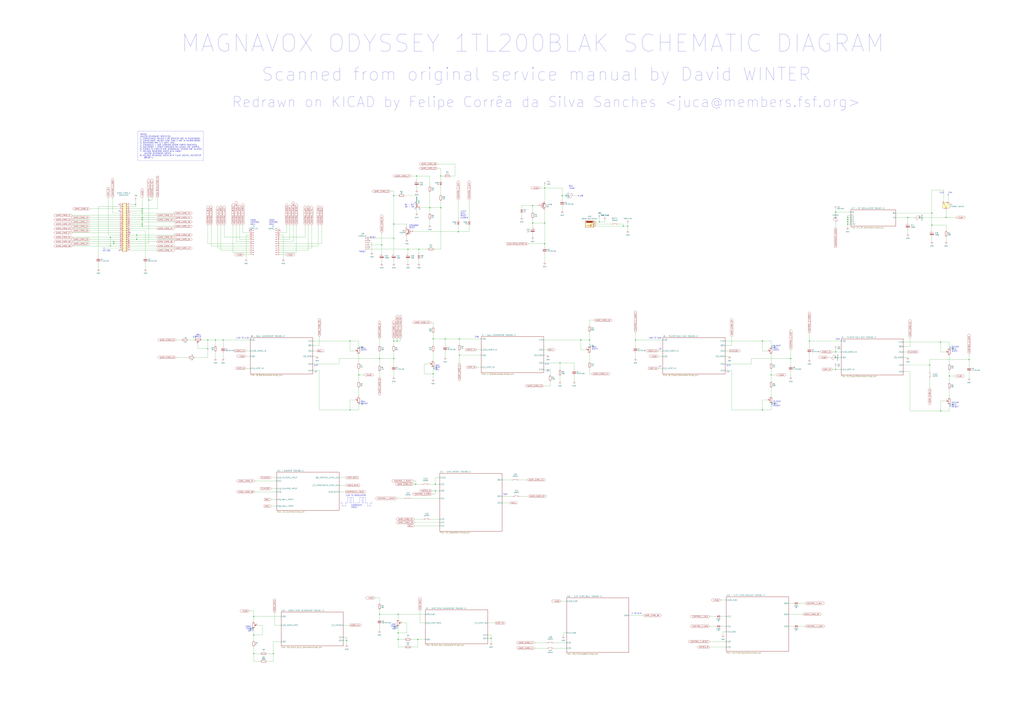
<source format=kicad_sch>
(kicad_sch (version 20250114) (generator "eeschema") (generator_version "9.0")
  (paper "A0")
  (text "REG\n+5.6V" (at 660.4 219.71 0) (effects (font (size 1.524 1.524)) (justify left bottom)))
  (text "3.2V" (at 364.49 425.45 0) (effects (font (size 1.524 1.524)) (justify left bottom)))
  (text "0V - OFF\n.6V - ON" (at 469.9 241.3 0) (effects (font (size 1.524 1.524)) (justify left bottom)))
  (text ".7V" (at 364.49 433.07 0) (effects (font (size 1.524 1.524)) (justify left bottom)))
  (text "5.6V" (at 584.2 575.31 0) (effects (font (size 1.524 1.524)) (justify left bottom)))
  (text "(?!)" (at 673.1 228.6 0) (effects (font (size 1.524 1.524)) (justify left bottom)))
  (text ".3V" (at 764.54 406.4 0) (effects (font (size 1.524 1.524)) (justify left bottom)))
  (text "RESET" (at 429.26 276.86 0) (effects (font (size 1.524 1.524)) (justify left bottom)))
  (text "CROWBAR\nRESET" (at 474.98 265.43 0) (effects (font (size 1.524 1.524)) (justify left bottom)))
  (text "PLAYER\nNO.2\nHEIGHT" (at 1104.9 473.71 0) (effects (font (size 1.524 1.524)) (justify left bottom)))
  (text "3.2V" (at 843.28 425.45 0) (effects (font (size 1.524 1.524)) (justify left bottom)))
  (text "2.8V" (at 551.18 392.43 0) (effects (font (size 1.524 1.524)) (justify left bottom)))
  (text "TARGET" (at 416.56 293.37 0) (effects (font (size 1.524 1.524)) (justify left bottom)))
  (text "MAGNAVOX ODYSSEY 1TL200BLAK SCHEMATIC DIAGRAM" (at 209.55 62.23 0) (effects (font (size 19.9898 19.9898)) (justify left bottom)))
  (text "Scanned from original service manual by David WINTER" (at 303.53 95.25 0) (effects (font (size 15.0114 15.0114)) (justify left bottom)))
  (text "HAND\nCONTROL\nNO.2" (at 312.42 261.62 0) (effects (font (size 1.524 1.524)) (justify left bottom)))
  (text "PLAYER\nNO.1\nHEIGHT" (at 897.89 472.44 0) (effects (font (size 1.524 1.524)) (justify left bottom)))
  (text "HORIZ\nFREQ\nADJ" (at 292.1 734.06 0) (effects (font (size 1.524 1.524)) (justify right bottom)))
  (text "3.6V" (at 970.28 394.97 0) (effects (font (size 1.524 1.524)) (justify left bottom)))
  (text "1.0V TO MODULATOR" (at 401.32 576.58 0) (effects (font (size 1.524 1.524)) (justify left bottom)))
  (text ".1V" (at 764.54 426.72 0) (effects (font (size 1.524 1.524)) (justify left bottom)))
  (text "Redrawn on KICAD by Felipe Corrêa da Silva Sanches <juca@members.fsf.org>" (at 269.24 125.73 0) (effects (font (size 11.9888 11.9888)) (justify left bottom)))
  (text "1.8V TO 3.6V" (at 753.11 393.7 0) (effects (font (size 1.524 1.524)) (justify left bottom)))
  (text "C" (at 481.33 243.84 0) (effects (font (size 1.524 1.524)) (justify left bottom)))
  (text "1.27V\nWITH\nRESET\nCLOSED" (at 534.67 254 0) (effects (font (size 1.524 1.524)) (justify left bottom)))
  (text "PLAYER\nNO.1\nWIDTH" (at 897.89 407.67 0) (effects (font (size 1.524 1.524)) (justify left bottom)))
  (text "G" (at 486.41 243.84 0) (effects (font (size 1.524 1.524)) (justify left bottom)))
  (text "2.7V" (at 632.46 424.18 0) (effects (font (size 1.524 1.524)) (justify left bottom)))
  (text "COMPOSITE\nVIDEO" (at 407.67 590.55 0) (effects (font (size 1.524 1.524)) (justify left bottom)))
  (text "BALL\nHEIGHT" (at 419.1 469.9 0) (effects (font (size 1.524 1.524)) (justify left bottom)))
  (text "PLAYER\nNO.2\nWIDTH" (at 1104.9 408.94 0) (effects (font (size 1.524 1.524)) (justify left bottom)))
  (text "HAND\nCONTROL\nNO.1" (at 290.83 261.62 0) (effects (font (size 1.524 1.524)) (justify left bottom)))
  (text "1.5V TO 4.5V" (at 274.32 393.7 0) (effects (font (size 1.524 1.524)) (justify left bottom)))
  (text ".7V" (at 843.28 433.07 0) (effects (font (size 1.524 1.524)) (justify left bottom)))
  (text "BALL\nSPEED" (at 233.68 392.43 0) (effects (font (size 1.524 1.524)) (justify right bottom)))
  (text "W3 (?!)" (at 119.38 292.1 0) (effects (font (size 1.524 1.524)) (justify left bottom)))
  (text "WALL\nWIDTH" (at 687.07 406.4 0) (effects (font (size 1.524 1.524)) (justify left bottom)))
  (text "CH4" (at 1101.09 224.79 0) (effects (font (size 1.524 1.524)) (justify left bottom)))
  (text "CH3" (at 1090.93 224.79 0) (effects (font (size 1.524 1.524)) (justify left bottom)))
  (text ".4 TO 5.4V" (at 732.79 713.74 0) (effects (font (size 1.524 1.524)) (justify left bottom)))
  (text "VERT\nFREQ\nADJ" (at 459.74 731.52 0) (effects (font (size 1.524 1.524)) (justify right bottom)))
  (text "-.9V" (at 632.46 431.8 0) (effects (font (size 1.524 1.524)) (justify left bottom)))
  (text "BALL\nWIDTH" (at 419.1 407.67 0) (effects (font (size 1.524 1.524)) (justify left bottom)))
  (text "WALL\nCENT\nADJ" (at 505.46 430.53 0) (effects (font (size 1.524 1.524)) (justify left bottom)))
  (text "A" (at 481.33 236.22 0) (effects (font (size 1.524 1.524)) (justify left bottom)))
  (text "NOTES:\nUNLESS OTHERWISE SPECIFIED\n1. CAPACITANCE VALUES 1 OR GREATER ARE IN PICOFARADS.\n2. CAPACITANCE VALUES LESS THAN 1 ARE IN MICROFARADS.\n3. RESISTORS ARE 1/4 WATT, 10%.\n4. (TRIANGLE) = ADD JUMPERS WHERE PARTS INDICATED.\n5. (ASTERISK) = SPACE PROVIDED ON LAYOUT, NO JUMPER.\n6. DIODES IN CIRCLES ARE GERMANIUM, OTHERS ARE SILICON.\n7. VOLTAGE READINGS TAKEN WITH CARD/\n    UNLESS OTHERWISE NOTED.\n8. VOLTAGE READINGS TAKEN WITH FLUKE DIGITAL VOLTMETER\n    #8100 A." (at 162.56 184.15 0) (effects (font (size 1.524 1.524)) (justify left bottom)))
  (junction (at 440.69 416.56))
  (junction (at 1054.1 252.73))
  (junction (at 294.64 737.87))
  (junction (at 259.08 394.97))
  (junction (at 511.81 241.3))
  (junction (at 158.75 273.05))
  (junction (at 695.96 257.81))
  (junction (at 402.59 744.22))
  (junction (at 462.28 713.74))
  (junction (at 723.9 262.89))
  (junction (at 461.01 396.24))
  (junction (at 570.23 741.68))
  (junction (at 674.37 394.97))
  (junction (at 406.4 396.24))
  (junction (at 132.08 280.67))
  (junction (at 618.49 238.76))
  (junction (at 165.1 262.89))
  (junction (at 970.28 246.38))
  (junction (at 939.8 396.24))
  (junction (at 482.6 562.61))
  (junction (at 165.1 260.35))
  (junction (at 970.28 429.26))
  (junction (at 241.3 405.13))
  (junction (at 505.46 562.61))
  (junction (at 157.48 237.49))
  (junction (at 502.92 434.34))
  (junction (at 483.87 204.47))
  (junction (at 737.87 394.97))
  (junction (at 165.1 245.11))
  (junction (at 533.4 393.7))
  (junction (at 984.25 257.81))
  (junction (at 440.69 713.74))
  (junction (at 294.64 716.28))
  (junction (at 1082.04 261.62))
  (junction (at 1125.22 417.83))
  (junction (at 250.19 394.97))
  (junction (at 632.46 259.08))
  (junction (at 984.25 252.73))
  (junction (at 885.19 396.24))
  (junction (at 165.1 252.73))
  (junction (at 532.13 269.24))
  (junction (at 457.2 416.56))
  (junction (at 618.49 259.08))
  (junction (at 502.92 393.7))
  (junction (at 650.24 421.64))
  (junction (at 885.19 476.25))
  (junction (at 132.08 283.21))
  (junction (at 416.56 435.61))
  (junction (at 165.1 242.57))
  (junction (at 511.81 204.47))
  (junction (at 165.1 255.27))
  (junction (at 533.4 412.75))
  (junction (at 684.53 394.97))
  (junction (at 516.89 393.7))
  (junction (at 128.27 275.59))
  (junction (at 1098.55 252.73))
  (junction (at 652.78 227.33))
  (junction (at 457.2 396.24))
  (junction (at 1102.36 436.88))
  (junction (at 970.28 408.94))
  (junction (at 895.35 435.61))
  (junction (at 158.75 278.13))
  (junction (at 918.21 416.56))
  (junction (at 294.64 759.46))
  (junction (at 485.14 742.95))
  (junction (at 462.28 742.95))
  (junction (at 473.71 289.56))
  (junction (at 165.1 247.65))
  (junction (at 984.25 260.35))
  (junction (at 728.98 262.89))
  (junction (at 1079.5 424.18))
  (junction (at 1092.2 397.51))
  (junction (at 317.5 759.46))
  (junction (at 486.41 289.56))
  (junction (at 241.3 394.97))
  (junction (at 1092.2 477.52))
  (junction (at 499.11 241.3))
  (junction (at 1082.04 247.65))
  (junction (at 443.23 284.48))
  (junction (at 406.4 476.25))
  (junction (at 632.46 218.44))
  (junction (at 128.27 285.75))
  (junction (at 172.72 232.41))
  (junction (at 632.46 283.21))
  (junction (at 984.25 255.27))
  (junction (at 462.28 735.33))
  (junction (at 457.2 276.86))
  (junction (at 457.2 260.35))
  (junction (at 505.46 570.23))
  (junction (at 457.2 227.33))
  (no_connect (at 429.26 287.02))
  (no_connect (at 671.83 227.33))
  (no_connect (at 325.12 267.97))
  (no_connect (at 1101.09 226.06))
  (no_connect (at 138.43 290.83))
  (no_connect (at 289.56 267.97))
  (no_connect (at 120.65 288.29))
  (no_connect (at 151.13 270.51))
  (no_connect (at 138.43 245.11))
  (no_connect (at 138.43 237.49))
  (no_connect (at 429.26 279.4))
  (wire (pts (xy 457.2 222.25) (xy 457.2 227.33)))
  (wire (pts (xy 885.19 476.25) (xy 895.35 476.25)))
  (wire (pts (xy 483.87 217.17) (xy 483.87 220.98)))
  (wire (pts (xy 570.23 737.87) (xy 566.42 737.87)))
  (wire (pts (xy 505.46 562.61) (xy 510.54 562.61)))
  (wire (pts (xy 165.1 255.27) (xy 165.1 260.35)))
  (wire (pts (xy 702.31 257.81) (xy 702.31 255.27)))
  (wire (pts (xy 151.13 242.57) (xy 165.1 242.57)))
  (wire (pts (xy 416.56 396.24) (xy 416.56 403.86)))
  (wire (pts (xy 358.14 261.62) (xy 358.14 290.83)))
  (polyline (pts (xy 236.22 186.69) (xy 236.22 152.4)) (stroke (width 0) (type dash)))
  (wire (pts (xy 666.75 227.33) (xy 671.83 227.33)))
  (wire (pts (xy 114.3 240.03) (xy 114.3 298.45)))
  (wire (pts (xy 636.27 406.4) (xy 631.19 406.4)))
  (wire (pts (xy 165.1 247.65) (xy 165.1 252.73)))
  (wire (pts (xy 457.2 227.33) (xy 462.28 227.33)))
  (wire (pts (xy 440.69 708.66) (xy 440.69 713.74)))
  (wire (pts (xy 457.2 431.8) (xy 457.2 438.15)))
  (wire (pts (xy 317.5 759.46) (xy 317.5 768.35)))
  (wire (pts (xy 885.19 464.82) (xy 885.19 476.25)))
  (wire (pts (xy 984.25 252.73) (xy 988.06 252.73)))
  (polyline (pts (xy 424.18 584.2) (xy 426.72 584.2)) (stroke (width 0) (type dash)))
  (wire (pts (xy 128.27 275.59) (xy 138.43 275.59)))
  (wire (pts (xy 132.08 283.21) (xy 138.43 283.21)))
  (wire (pts (xy 891.54 464.82) (xy 885.19 464.82)))
  (wire (pts (xy 398.78 744.22) (xy 402.59 744.22)))
  (wire (pts (xy 684.53 434.34) (xy 687.07 434.34)))
  (wire (pts (xy 289.56 709.93) (xy 294.64 709.93)))
  (wire (pts (xy 505.46 574.04) (xy 505.46 570.23)))
  (wire (pts (xy 553.72 426.72) (xy 558.8 426.72)))
  (wire (pts (xy 370.84 476.25) (xy 406.4 476.25)))
  (wire (pts (xy 431.8 281.94) (xy 431.8 293.37)))
  (wire (pts (xy 499.11 255.27) (xy 499.11 261.62)))
  (wire (pts (xy 151.13 273.05) (xy 158.75 273.05)))
  (wire (pts (xy 472.44 723.9) (xy 472.44 735.33)))
  (wire (pts (xy 295.91 571.5) (xy 321.31 571.5)))
  (wire (pts (xy 618.49 259.08) (xy 618.49 264.16)))
  (wire (pts (xy 895.35 429.26) (xy 895.35 435.61)))
  (wire (pts (xy 970.28 408.94) (xy 976.63 408.94)))
  (polyline (pts (xy 410.21 577.85) (xy 410.21 584.2)) (stroke (width 0) (type dash)))
  (wire (pts (xy 528.32 204.47) (xy 528.32 190.5)))
  (wire (pts (xy 695.96 252.73) (xy 695.96 257.81)))
  (polyline (pts (xy 160.02 186.69) (xy 236.22 186.69)) (stroke (width 0) (type dash)))
  (wire (pts (xy 321.31 558.8) (xy 295.91 558.8)))
  (wire (pts (xy 544.83 262.89) (xy 544.83 269.24)))
  (wire (pts (xy 618.49 238.76) (xy 624.84 238.76)))
  (wire (pts (xy 402.59 740.41) (xy 398.78 740.41)))
  (wire (pts (xy 1054.1 252.73) (xy 1054.1 259.08)))
  (wire (pts (xy 492.76 434.34) (xy 502.92 434.34)))
  (wire (pts (xy 464.82 396.24) (xy 464.82 393.7)))
  (wire (pts (xy 984.25 260.35) (xy 984.25 264.16)))
  (wire (pts (xy 340.36 261.62) (xy 340.36 280.67)))
  (wire (pts (xy 984.25 255.27) (xy 984.25 257.81)))
  (wire (pts (xy 440.69 726.44) (xy 440.69 732.79)))
  (wire (pts (xy 632.46 243.84) (xy 632.46 259.08)))
  (wire (pts (xy 274.32 280.67) (xy 289.56 280.67)))
  (wire (pts (xy 501.65 570.23) (xy 505.46 570.23)))
  (wire (pts (xy 368.3 407.67) (xy 363.22 407.67)))
  (wire (pts (xy 728.98 262.89) (xy 728.98 267.97)))
  (wire (pts (xy 125.73 273.05) (xy 125.73 229.87)))
  (wire (pts (xy 1082.04 261.62) (xy 1082.04 267.97)))
  (wire (pts (xy 332.74 261.62) (xy 332.74 270.51)))
  (wire (pts (xy 373.38 283.21) (xy 325.12 283.21)))
  (wire (pts (xy 499.11 223.52) (xy 499.11 241.3)))
  (wire (pts (xy 406.4 726.44) (xy 398.78 726.44)))
  (wire (pts (xy 370.84 401.32) (xy 370.84 391.16)))
  (wire (pts (xy 344.17 261.62) (xy 344.17 293.37)))
  (wire (pts (xy 684.53 386.08) (xy 684.53 394.97)))
  (wire (pts (xy 229.87 405.13) (xy 241.3 405.13)))
  (wire (pts (xy 363.22 401.32) (xy 370.84 401.32)))
  (wire (pts (xy 487.68 241.3) (xy 499.11 241.3)))
  (wire (pts (xy 499.11 422.91) (xy 492.76 422.91)))
  (wire (pts (xy 252.73 261.62) (xy 252.73 288.29)))
  (wire (pts (xy 270.51 293.37) (xy 289.56 293.37)))
  (wire (pts (xy 440.69 416.56) (xy 457.2 416.56)))
  (wire (pts (xy 932.18 713.74) (xy 915.67 713.74)))
  (wire (pts (xy 402.59 744.22) (xy 402.59 749.3)))
  (wire (pts (xy 138.43 257.81) (xy 104.14 257.81)))
  (wire (pts (xy 652.78 227.33) (xy 652.78 232.41)))
  (wire (pts (xy 511.81 195.58) (xy 511.81 204.47)))
  (wire (pts (xy 618.49 271.78) (xy 618.49 275.59)))
  (wire (pts (xy 120.65 288.29) (xy 138.43 288.29)))
  (wire (pts (xy 363.22 430.53) (xy 370.84 430.53)))
  (wire (pts (xy 1102.36 412.75) (xy 1102.36 422.91)))
  (wire (pts (xy 824.23 716.28) (xy 830.58 716.28)))
  (wire (pts (xy 270.51 261.62) (xy 270.51 293.37)))
  (wire (pts (xy 970.28 246.38) (xy 970.28 251.46)))
  (wire (pts (xy 317.5 745.49) (xy 317.5 759.46)))
  (wire (pts (xy 582.93 557.53) (xy 593.09 557.53)))
  (wire (pts (xy 1092.2 466.09) (xy 1092.2 477.52)))
  (wire (pts (xy 461.01 396.24) (xy 464.82 396.24)))
  (wire (pts (xy 1079.5 440.69) (xy 1079.5 450.85)))
  (wire (pts (xy 259.08 410.21) (xy 259.08 416.56)))
  (wire (pts (xy 393.7 422.91) (xy 393.7 416.56)))
  (wire (pts (xy 158.75 278.13) (xy 201.93 278.13)))
  (wire (pts (xy 481.33 603.25) (xy 490.22 603.25)))
  (wire (pts (xy 440.69 393.7) (xy 440.69 401.32)))
  (wire (pts (xy 151.13 285.75) (xy 181.61 285.75)))
  (polyline (pts (xy 420.37 577.85) (xy 420.37 584.2)) (stroke (width 0) (type dash)))
  (wire (pts (xy 151.13 245.11) (xy 165.1 245.11)))
  (wire (pts (xy 401.32 563.88) (xy 393.7 563.88)))
  (wire (pts (xy 566.42 741.68) (xy 570.23 741.68)))
  (wire (pts (xy 83.82 250.19) (xy 138.43 250.19)))
  (wire (pts (xy 984.25 250.19) (xy 988.06 250.19)))
  (wire (pts (xy 440.69 408.94) (xy 440.69 416.56)))
  (wire (pts (xy 528.32 190.5) (xy 508 190.5)))
  (wire (pts (xy 618.49 259.08) (xy 632.46 259.08)))
  (wire (pts (xy 393.7 416.56) (xy 440.69 416.56)))
  (wire (pts (xy 83.82 260.35) (xy 138.43 260.35)))
  (wire (pts (xy 314.96 567.69) (xy 321.31 567.69)))
  (wire (pts (xy 462.28 742.95) (xy 469.9 742.95)))
  (wire (pts (xy 168.91 306.07) (xy 168.91 312.42)))
  (wire (pts (xy 659.13 227.33) (xy 652.78 227.33)))
  (wire (pts (xy 340.36 280.67) (xy 325.12 280.67)))
  (wire (pts (xy 523.24 204.47) (xy 528.32 204.47)))
  (wire (pts (xy 494.03 723.9) (xy 487.68 723.9)))
  (wire (pts (xy 298.45 726.44) (xy 304.8 726.44)))
  (wire (pts (xy 241.3 261.62) (xy 241.3 283.21)))
  (wire (pts (xy 915.67 701.04) (xy 920.75 701.04)))
  (wire (pts (xy 250.19 394.97) (xy 259.08 394.97)))
  (wire (pts (xy 970.28 406.4) (xy 970.28 408.94)))
  (wire (pts (xy 259.08 394.97) (xy 290.83 394.97)))
  (wire (pts (xy 462.28 727.71) (xy 462.28 735.33)))
  (wire (pts (xy 1082.04 275.59) (xy 1082.04 280.67)))
  (wire (pts (xy 294.64 759.46) (xy 302.26 759.46)))
  (wire (pts (xy 416.56 468.63) (xy 416.56 476.25)))
  (wire (pts (xy 842.01 414.02) (xy 847.09 414.02)))
  (wire (pts (xy 241.3 405.13) (xy 241.3 415.29)))
  (wire (pts (xy 843.28 745.49) (xy 824.23 745.49)))
  (wire (pts (xy 457.2 393.7) (xy 457.2 396.24)))
  (wire (pts (xy 1082.04 247.65) (xy 1082.04 261.62)))
  (wire (pts (xy 443.23 302.26) (xy 443.23 306.07)))
  (wire (pts (xy 723.9 262.89) (xy 728.98 262.89)))
  (wire (pts (xy 501.65 574.04) (xy 505.46 574.04)))
  (wire (pts (xy 684.53 394.97) (xy 684.53 402.59)))
  (wire (pts (xy 151.13 267.97) (xy 168.91 267.97)))
  (wire (pts (xy 632.46 218.44) (xy 652.78 218.44)))
  (wire (pts (xy 245.11 285.75) (xy 289.56 285.75)))
  (wire (pts (xy 104.14 267.97) (xy 138.43 267.97)))
  (wire (pts (xy 416.56 429.26) (xy 416.56 435.61)))
  (wire (pts (xy 650.24 421.64) (xy 666.75 421.64)))
  (wire (pts (xy 477.52 742.95) (xy 485.14 742.95)))
  (wire (pts (xy 165.1 260.35) (xy 165.1 262.89)))
  (wire (pts (xy 358.14 290.83) (xy 325.12 290.83)))
  (wire (pts (xy 336.55 278.13) (xy 325.12 278.13)))
  (wire (pts (xy 477.52 751.84) (xy 485.14 751.84)))
  (wire (pts (xy 1054.1 266.7) (xy 1054.1 271.78)))
  (wire (pts (xy 666.75 436.88) (xy 666.75 443.23)))
  (wire (pts (xy 544.83 232.41) (xy 544.83 255.27)))
  (wire (pts (xy 241.3 283.21) (xy 289.56 283.21)))
  (wire (pts (xy 1102.36 469.9) (xy 1102.36 477.52)))
  (wire (pts (xy 83.82 270.51) (xy 138.43 270.51)))
  (wire (pts (xy 443.23 284.48) (xy 443.23 294.64)))
  (wire (pts (xy 966.47 408.94) (xy 970.28 408.94)))
  (wire (pts (xy 842.01 422.91) (xy 872.49 422.91)))
  (wire (pts (xy 457.2 276.86) (xy 457.2 294.64)))
  (wire (pts (xy 278.13 261.62) (xy 278.13 278.13)))
  (polyline (pts (xy 426.72 588.01) (xy 430.53 588.01)) (stroke (width 0) (type dash)))
  (wire (pts (xy 482.6 562.61) (xy 488.95 562.61)))
  (wire (pts (xy 440.69 713.74) (xy 440.69 718.82)))
  (wire (pts (xy 440.69 713.74) (xy 462.28 713.74)))
  (wire (pts (xy 963.93 415.29) (xy 961.39 415.29)))
  (wire (pts (xy 632.46 259.08) (xy 632.46 283.21)))
  (wire (pts (xy 354.33 275.59) (xy 325.12 275.59)))
  (wire (pts (xy 393.7 571.5) (xy 401.32 571.5)))
  (wire (pts (xy 462.28 742.95) (xy 462.28 751.84)))
  (wire (pts (xy 502.92 393.7) (xy 502.92 401.32)))
  (wire (pts (xy 259.08 394.97) (xy 259.08 402.59)))
  (polyline (pts (xy 407.67 584.2) (xy 407.67 577.85)) (stroke (width 0) (type dash)))
  (wire (pts (xy 1069.34 252.73) (xy 1098.55 252.73)))
  (wire (pts (xy 314.96 580.39) (xy 321.31 580.39)))
  (wire (pts (xy 466.09 723.9) (xy 472.44 723.9)))
  (wire (pts (xy 618.49 254) (xy 618.49 259.08)))
  (wire (pts (xy 1125.22 433.07) (xy 1125.22 439.42)))
  (wire (pts (xy 918.21 406.4) (xy 918.21 416.56)))
  (wire (pts (xy 151.13 275.59) (xy 181.61 275.59)))
  (polyline (pts (xy 236.22 152.4) (xy 160.02 152.4)) (stroke (width 0) (type dash)))
  (wire (pts (xy 1049.02 397.51) (xy 1092.2 397.51)))
  (polyline (pts (xy 406.4 577.85) (xy 406.4 584.2)) (stroke (width 0) (type dash)))
  (polyline (pts (xy 407.67 577.85) (xy 410.21 577.85)) (stroke (width 0) (type dash)))
  (wire (pts (xy 252.73 288.29) (xy 289.56 288.29)))
  (wire (pts (xy 695.96 257.81) (xy 702.31 257.81)))
  (wire (pts (xy 165.1 262.89) (xy 201.93 262.89)))
  (wire (pts (xy 895.35 468.63) (xy 895.35 476.25)))
  (wire (pts (xy 1056.64 431.8) (xy 1056.64 477.52)))
  (wire (pts (xy 984.25 250.19) (xy 984.25 252.73)))
  (wire (pts (xy 532.13 232.41) (xy 532.13 255.27)))
  (wire (pts (xy 533.4 407.67) (xy 533.4 412.75)))
  (wire (pts (xy 321.31 588.01) (xy 314.96 588.01)))
  (wire (pts (xy 918.21 431.8) (xy 918.21 438.15)))
  (wire (pts (xy 401.32 554.99) (xy 393.7 554.99)))
  (wire (pts (xy 651.51 698.5) (xy 657.86 698.5)))
  (wire (pts (xy 369.57 285.75) (xy 325.12 285.75)))
  (wire (pts (xy 984.25 257.81) (xy 984.25 260.35)))
  (wire (pts (xy 304.8 737.87) (xy 294.64 737.87)))
  (wire (pts (xy 532.13 269.24) (xy 544.83 269.24)))
  (wire (pts (xy 176.53 232.41) (xy 176.53 229.87)))
  (wire (pts (xy 1056.64 402.59) (xy 1056.64 392.43)))
  (wire (pts (xy 83.82 265.43) (xy 138.43 265.43)))
  (wire (pts (xy 652.78 218.44) (xy 652.78 227.33)))
  (polyline (pts (xy 430.53 588.01) (xy 430.53 584.2)) (stroke (width 0) (type dash)))
  (wire (pts (xy 966.47 429.26) (xy 970.28 429.26)))
  (wire (pts (xy 1098.55 243.84) (xy 1098.55 252.73)))
  (wire (pts (xy 1096.01 220.98) (xy 1096.01 233.68)))
  (wire (pts (xy 638.81 443.23) (xy 638.81 448.31)))
  (wire (pts (xy 114.3 240.03) (xy 138.43 240.03)))
  (wire (pts (xy 477.52 204.47) (xy 483.87 204.47)))
  (wire (pts (xy 1049.02 415.29) (xy 1054.1 415.29)))
  (wire (pts (xy 605.79 248.92) (xy 605.79 252.73)))
  (wire (pts (xy 480.06 558.8) (xy 482.6 558.8)))
  (wire (pts (xy 847.09 407.67) (xy 842.01 407.67)))
  (wire (pts (xy 891.54 407.67) (xy 885.19 407.67)))
  (wire (pts (xy 462.28 751.84) (xy 469.9 751.84)))
  (wire (pts (xy 505.46 554.99) (xy 505.46 562.61)))
  (wire (pts (xy 632.46 283.21) (xy 613.41 283.21)))
  (wire (pts (xy 128.27 285.75) (xy 138.43 285.75)))
  (wire (pts (xy 285.75 273.05) (xy 285.75 300.99)))
  (wire (pts (xy 151.13 278.13) (xy 158.75 278.13)))
  (wire (pts (xy 278.13 278.13) (xy 289.56 278.13)))
  (wire (pts (xy 485.14 742.95) (xy 494.03 742.95)))
  (wire (pts (xy 638.81 429.26) (xy 638.81 435.61)))
  (wire (pts (xy 516.89 408.94) (xy 516.89 415.29)))
  (wire (pts (xy 516.89 393.7) (xy 516.89 401.32)))
  (wire (pts (xy 486.41 289.56) (xy 496.57 289.56)))
  (wire (pts (xy 104.14 283.21) (xy 132.08 283.21)))
  (wire (pts (xy 369.57 261.62) (xy 369.57 285.75)))
  (wire (pts (xy 939.8 411.48) (xy 939.8 417.83)))
  (wire (pts (xy 473.71 289.56) (xy 486.41 289.56)))
  (wire (pts (xy 429.26 284.48) (xy 443.23 284.48)))
  (wire (pts (xy 684.53 427.99) (xy 684.53 434.34)))
  (wire (pts (xy 502.92 408.94) (xy 502.92 419.1)))
  (wire (pts (xy 591.82 584.2) (xy 582.93 584.2)))
  (wire (pts (xy 241.3 394.97) (xy 241.3 405.13)))
  (wire (pts (xy 939.8 396.24) (xy 976.63 396.24)))
  (wire (pts (xy 603.25 557.53) (xy 612.14 557.53)))
  (wire (pts (xy 654.05 735.33) (xy 654.05 739.14)))
  (wire (pts (xy 461.01 396.24) (xy 461.01 393.7)))
  (wire (pts (xy 168.91 267.97) (xy 168.91 298.45)))
  (wire (pts (xy 885.19 407.67) (xy 885.19 396.24)))
  (wire (pts (xy 895.35 411.48) (xy 895.35 421.64)))
  (wire (pts (xy 737.87 394.97) (xy 737.87 402.59)))
  (wire (pts (xy 480.06 269.24) (xy 532.13 269.24)))
  (wire (pts (xy 684.53 410.21) (xy 684.53 420.37)))
  (wire (pts (xy 553.72 406.4) (xy 558.8 406.4)))
  (wire (pts (xy 83.82 280.67) (xy 132.08 280.67)))
  (wire (pts (xy 984.25 260.35) (xy 988.06 260.35)))
  (polyline (pts (xy 424.18 577.85) (xy 424.18 584.2)) (stroke (width 0) (type dash)))
  (wire (pts (xy 618.49 238.76) (xy 618.49 246.38)))
  (wire (pts (xy 970.28 246.38) (xy 988.06 246.38)))
  (wire (pts (xy 1092.2 408.94) (xy 1092.2 397.51)))
  (wire (pts (xy 631.19 394.97) (xy 674.37 394.97)))
  (wire (pts (xy 309.88 768.35) (xy 317.5 768.35)))
  (wire (pts (xy 511.81 217.17) (xy 511.81 226.06)))
  (wire (pts (xy 1125.22 411.48) (xy 1125.22 417.83)))
  (wire (pts (xy 843.28 734.06) (xy 839.47 734.06)))
  (wire (pts (xy 165.1 255.27) (xy 181.61 255.27)))
  (polyline (pts (xy 394.97 584.2) (xy 397.51 584.2)) (stroke (width 0) (type dash)))
  (wire (pts (xy 478.79 579.12) (xy 510.54 579.12)))
  (wire (pts (xy 472.44 264.16) (xy 472.44 260.35)))
  (wire (pts (xy 250.19 394.97) (xy 250.19 401.32)))
  (wire (pts (xy 632.46 294.64) (xy 632.46 304.8)))
  (wire (pts (xy 643.89 746.76) (xy 657.86 746.76)))
  (wire (pts (xy 151.13 290.83) (xy 181.61 290.83)))
  (wire (pts (xy 132.08 280.67) (xy 132.08 283.21)))
  (wire (pts (xy 294.64 716.28) (xy 326.39 716.28)))
  (polyline (pts (xy 397.51 584.2) (xy 397.51 588.01)) (stroke (width 0) (type dash)))
  (wire (pts (xy 499.11 241.3) (xy 499.11 247.65)))
  (wire (pts (xy 764.54 427.99) (xy 769.62 427.99)))
  (wire (pts (xy 165.1 245.11) (xy 165.1 247.65)))
  (wire (pts (xy 285.75 427.99) (xy 290.83 427.99)))
  (wire (pts (xy 294.64 716.28) (xy 294.64 722.63)))
  (wire (pts (xy 1102.36 397.51) (xy 1102.36 405.13)))
  (wire (pts (xy 250.19 408.94) (xy 250.19 416.56)))
  (polyline (pts (xy 426.72 584.2) (xy 426.72 588.01)) (stroke (width 0) (type dash)))
  (wire (pts (xy 849.63 401.32) (xy 849.63 391.16)))
  (wire (pts (xy 631.19 412.75) (xy 636.27 412.75)))
  (wire (pts (xy 151.13 250.19) (xy 181.61 250.19)))
  (wire (pts (xy 839.47 734.06) (xy 839.47 737.87)))
  (wire (pts (xy 1101.09 226.06) (xy 1101.09 233.68)))
  (wire (pts (xy 1049.02 424.18) (xy 1079.5 424.18)))
  (wire (pts (xy 457.2 396.24) (xy 461.01 396.24)))
  (wire (pts (xy 1054.1 252.73) (xy 1061.72 252.73)))
  (polyline (pts (xy 420.37 584.2) (xy 421.64 584.2)) (stroke (width 0) (type dash)))
  (wire (pts (xy 440.69 431.8) (xy 440.69 438.15)))
  (wire (pts (xy 502.92 387.35) (xy 502.92 393.7)))
  (wire (pts (xy 632.46 218.44) (xy 632.46 233.68)))
  (wire (pts (xy 226.06 415.29) (xy 241.3 415.29)))
  (wire (pts (xy 764.54 414.02) (xy 769.62 414.02)))
  (polyline (pts (xy 401.32 588.01) (xy 401.32 584.2)) (stroke (width 0) (type dash)))
  (wire (pts (xy 1098.55 275.59) (xy 1098.55 280.67)))
  (wire (pts (xy 1092.2 397.51) (xy 1102.36 397.51)))
  (polyline (pts (xy 406.4 584.2) (xy 407.67 584.2)) (stroke (width 0) (type dash)))
  (wire (pts (xy 481.33 607.06) (xy 510.54 607.06)))
  (wire (pts (xy 502.92 393.7) (xy 516.89 393.7)))
  (wire (pts (xy 332.74 270.51) (xy 325.12 270.51)))
  (wire (pts (xy 83.82 255.27) (xy 138.43 255.27)))
  (wire (pts (xy 692.15 260.35) (xy 708.66 260.35)))
  (wire (pts (xy 469.9 227.33) (xy 483.87 227.33)))
  (wire (pts (xy 928.37 701.04) (xy 934.72 701.04)))
  (wire (pts (xy 1040.13 252.73) (xy 1054.1 252.73)))
  (wire (pts (xy 274.32 261.62) (xy 274.32 280.67)))
  (wire (pts (xy 746.76 715.01) (xy 730.25 715.01)))
  (wire (pts (xy 1102.36 452.12) (xy 1102.36 462.28)))
  (wire (pts (xy 138.43 247.65) (xy 130.81 247.65)))
  (wire (pts (xy 1082.04 220.98) (xy 1082.04 247.65)))
  (wire (pts (xy 151.13 262.89) (xy 165.1 262.89)))
  (wire (pts (xy 318.77 726.44) (xy 326.39 726.44)))
  (wire (pts (xy 836.93 697.23) (xy 843.28 697.23)))
  (wire (pts (xy 256.54 261.62) (xy 256.54 290.83)))
  (wire (pts (xy 1054.1 408.94) (xy 1049.02 408.94)))
  (wire (pts (xy 151.13 252.73) (xy 165.1 252.73)))
  (wire (pts (xy 472.44 735.33) (xy 462.28 735.33)))
  (wire (pts (xy 241.3 394.97) (xy 250.19 394.97)))
  (wire (pts (xy 406.4 407.67) (xy 406.4 396.24)))
  (wire (pts (xy 728.98 259.08) (xy 728.98 262.89)))
  (polyline (pts (xy 417.83 584.2) (xy 417.83 577.85)) (stroke (width 0) (type dash)))
  (wire (pts (xy 1049.02 431.8) (xy 1056.64 431.8)))
  (wire (pts (xy 309.88 759.46) (xy 317.5 759.46)))
  (wire (pts (xy 165.1 229.87) (xy 165.1 242.57)))
  (wire (pts (xy 229.87 398.78) (xy 229.87 405.13)))
  (wire (pts (xy 1082.04 220.98) (xy 1096.01 220.98)))
  (wire (pts (xy 462.28 735.33) (xy 462.28 742.95)))
  (wire (pts (xy 482.6 558.8) (xy 482.6 562.61)))
  (wire (pts (xy 500.38 374.65) (xy 502.92 374.65)))
  (wire (pts (xy 406.4 396.24) (xy 416.56 396.24)))
  (wire (pts (xy 570.23 741.68) (xy 570.23 746.76)))
  (wire (pts (xy 138.43 273.05) (xy 125.73 273.05)))
  (wire (pts (xy 416.56 435.61) (xy 416.56 443.23)))
  (wire (pts (xy 483.87 204.47) (xy 499.11 204.47)))
  (wire (pts (xy 632.46 215.9) (xy 632.46 218.44)))
  (wire (pts (xy 838.2 727.71) (xy 843.28 727.71)))
  (wire (pts (xy 344.17 293.37) (xy 325.12 293.37)))
  (wire (pts (xy 83.82 285.75) (xy 128.27 285.75)))
  (wire (pts (xy 440.69 416.56) (xy 440.69 424.18)))
  (wire (pts (xy 621.03 753.11) (xy 633.73 753.11)))
  (wire (pts (xy 314.96 554.99) (xy 321.31 554.99)))
  (wire (pts (xy 1102.36 430.53) (xy 1102.36 436.88)))
  (polyline (pts (xy 401.32 584.2) (xy 403.86 584.2)) (stroke (width 0) (type dash)))
  (wire (pts (xy 138.43 242.57) (xy 104.14 242.57)))
  (wire (pts (xy 652.78 240.03) (xy 652.78 245.11)))
  (wire (pts (xy 895.35 435.61) (xy 895.35 443.23)))
  (polyline (pts (xy 421.64 577.85) (xy 424.18 577.85)) (stroke (width 0) (type dash)))
  (wire (pts (xy 970.28 259.08) (xy 970.28 264.16)))
  (wire (pts (xy 1098.55 408.94) (xy 1092.2 408.94)))
  (wire (pts (xy 1098.55 252.73) (xy 1109.98 252.73)))
  (wire (pts (xy 336.55 261.62) (xy 336.55 278.13)))
  (wire (pts (xy 895.35 396.24) (xy 895.35 403.86)))
  (wire (pts (xy 151.13 247.65) (xy 165.1 247.65)))
  (wire (pts (xy 363.22 396.24) (xy 406.4 396.24)))
  (wire (pts (xy 457.2 222.25) (xy 453.39 222.25)))
  (wire (pts (xy 1056.64 477.52) (xy 1092.2 477.52)))
  (wire (pts (xy 281.94 261.62) (xy 281.94 270.51)))
  (wire (pts (xy 416.56 411.48) (xy 416.56 421.64)))
  (wire (pts (xy 970.28 426.72) (xy 970.28 429.26)))
  (wire (pts (xy 939.8 387.35) (xy 939.8 396.24)))
  (wire (pts (xy 218.44 394.97) (xy 226.06 394.97)))
  (wire (pts (xy 289.56 273.05) (xy 285.75 273.05)))
  (wire (pts (xy 666.75 421.64) (xy 666.75 429.26)))
  (wire (pts (xy 172.72 232.41) (xy 172.72 283.21)))
  (wire (pts (xy 151.13 283.21) (xy 172.72 283.21)))
  (wire (pts (xy 928.37 727.71) (xy 934.72 727.71)))
  (wire (pts (xy 204.47 394.97) (xy 210.82 394.97)))
  (wire (pts (xy 83.82 275.59) (xy 128.27 275.59)))
  (wire (pts (xy 172.72 232.41) (xy 176.53 232.41)))
  (wire (pts (xy 151.13 260.35) (xy 165.1 260.35)))
  (wire (pts (xy 566.42 723.9) (xy 575.31 723.9)))
  (wire (pts (xy 984.25 252.73) (xy 984.25 255.27)))
  (wire (pts (xy 723.9 260.35) (xy 723.9 262.89)))
  (wire (pts (xy 533.4 393.7) (xy 558.8 393.7)))
  (wire (pts (xy 457.2 408.94) (xy 457.2 416.56)))
  (wire (pts (xy 406.4 464.82) (xy 406.4 476.25)))
  (wire (pts (xy 457.2 416.56) (xy 457.2 424.18)))
  (wire (pts (xy 605.79 238.76) (xy 605.79 241.3)))
  (wire (pts (xy 457.2 260.35) (xy 457.2 276.86)))
  (wire (pts (xy 406.4 476.25) (xy 416.56 476.25)))
  (wire (pts (xy 842.01 396.24) (xy 885.19 396.24)))
  (wire (pts (xy 984.25 255.27) (xy 988.06 255.27)))
  (wire (pts (xy 849.63 430.53) (xy 849.63 476.25)))
  (wire (pts (xy 157.48 232.41) (xy 157.48 237.49)))
  (wire (pts (xy 373.38 261.62) (xy 373.38 283.21)))
  (wire (pts (xy 260.35 261.62) (xy 260.35 275.59)))
  (wire (pts (xy 416.56 435.61) (xy 422.91 435.61)))
  (wire (pts (xy 604.52 576.58) (xy 613.41 576.58)))
  (wire (pts (xy 505.46 554.99) (xy 510.54 554.99)))
  (wire (pts (xy 504.19 289.56) (xy 511.81 289.56)))
  (polyline (pts (xy 403.86 577.85) (xy 406.4 577.85)) (stroke (width 0) (type dash)))
  (wire (pts (xy 363.22 414.02) (xy 368.3 414.02)))
  (wire (pts (xy 1082.04 261.62) (xy 1098.55 261.62)))
  (polyline (pts (xy 410.21 584.2) (xy 417.83 584.2)) (stroke (width 0) (type dash)))
  (wire (pts (xy 457.2 227.33) (xy 457.2 260.35)))
  (wire (pts (xy 1049.02 402.59) (xy 1056.64 402.59)))
  (wire (pts (xy 461.01 579.12) (xy 468.63 579.12)))
  (wire (pts (xy 1102.36 436.88) (xy 1102.36 444.5)))
  (wire (pts (xy 1079.5 417.83) (xy 1125.22 417.83)))
  (wire (pts (xy 500.38 603.25) (xy 510.54 603.25)))
  (wire (pts (xy 516.89 393.7) (xy 533.4 393.7)))
  (wire (pts (xy 157.48 237.49) (xy 157.48 240.03)))
  (wire (pts (xy 499.11 204.47) (xy 499.11 215.9)))
  (polyline (pts (xy 430.53 584.2) (xy 433.07 584.2)) (stroke (width 0) (type dash)))
  (wire (pts (xy 294.64 751.84) (xy 294.64 759.46)))
  (wire (pts (xy 499.11 562.61) (xy 505.46 562.61)))
  (wire (pts (xy 294.64 768.35) (xy 302.26 768.35)))
  (wire (pts (xy 1079.5 424.18) (xy 1079.5 430.53)))
  (wire (pts (xy 605.79 238.76) (xy 618.49 238.76)))
  (wire (pts (xy 440.69 694.69) (xy 440.69 701.04)))
  (wire (pts (xy 402.59 740.41) (xy 402.59 744.22)))
  (wire (pts (xy 285.75 414.02) (xy 290.83 414.02)))
  (wire (pts (xy 370.84 430.53) (xy 370.84 476.25)))
  (wire (pts (xy 151.13 257.81) (xy 201.93 257.81)))
  (wire (pts (xy 412.75 407.67) (xy 406.4 407.67)))
  (wire (pts (xy 1092.2 477.52) (xy 1102.36 477.52)))
  (wire (pts (xy 481.33 610.87) (xy 510.54 610.87)))
  (wire (pts (xy 838.2 716.28) (xy 843.28 716.28)))
  (wire (pts (xy 412.75 464.82) (xy 406.4 464.82)))
  (wire (pts (xy 435.61 694.69) (xy 440.69 694.69)))
  (wire (pts (xy 486.41 302.26) (xy 486.41 306.07)))
  (wire (pts (xy 492.76 422.91) (xy 492.76 434.34)))
  (wire (pts (xy 104.14 278.13) (xy 138.43 278.13)))
  (wire (pts (xy 643.89 753.11) (xy 657.86 753.11)))
  (wire (pts (xy 632.46 283.21) (xy 632.46 287.02)))
  (wire (pts (xy 158.75 273.05) (xy 201.93 273.05)))
  (wire (pts (xy 502.92 434.34) (xy 502.92 440.69)))
  (wire (pts (xy 499.11 241.3) (xy 511.81 241.3)))
  (wire (pts (xy 939.8 396.24) (xy 939.8 403.86)))
  (wire (pts (xy 256.54 290.83) (xy 289.56 290.83)))
  (wire (pts (xy 462.28 713.74) (xy 462.28 720.09)))
  (wire (pts (xy 480.06 562.61) (xy 482.6 562.61)))
  (wire (pts (xy 849.63 476.25) (xy 885.19 476.25)))
  (wire (pts (xy 473.71 289.56) (xy 473.71 294.64)))
  (wire (pts (xy 328.93 273.05) (xy 328.93 300.99)))
  (wire (pts (xy 684.53 372.11) (xy 684.53 378.46)))
  (wire (pts (xy 1082.04 247.65) (xy 1040.13 247.65)))
  (wire (pts (xy 511.81 241.3) (xy 511.81 289.56)))
  (wire (pts (xy 872.49 416.56) (xy 918.21 416.56)))
  (wire (pts (xy 895.35 450.85) (xy 895.35 461.01)))
  (wire (pts (xy 462.28 713.74) (xy 494.03 713.74)))
  (wire (pts (xy 485.14 742.95) (xy 485.14 751.84)))
  (wire (pts (xy 657.86 735.33) (xy 654.05 735.33)))
  (wire (pts (xy 158.75 273.05) (xy 158.75 278.13)))
  (wire (pts (xy 354.33 261.62) (xy 354.33 275.59)))
  (wire (pts (xy 304.8 726.44) (xy 304.8 737.87)))
  (wire (pts (xy 1098.55 261.62) (xy 1098.55 267.97)))
  (wire (pts (xy 157.48 240.03) (xy 151.13 240.03)))
  (wire (pts (xy 473.71 302.26) (xy 473.71 306.07)))
  (wire (pts (xy 285.75 407.67) (xy 290.83 407.67)))
  (wire (pts (xy 157.48 237.49) (xy 151.13 237.49)))
  (wire (pts (xy 204.47 415.29) (xy 218.44 415.29)))
  (wire (pts (xy 457.2 276.86) (xy 429.26 276.86)))
  (wire (pts (xy 674.37 394.97) (xy 684.53 394.97)))
  (wire (pts (xy 511.81 204.47) (xy 515.62 204.47)))
  (wire (pts (xy 582.93 576.58) (xy 594.36 576.58)))
  (wire (pts (xy 457.2 396.24) (xy 457.2 401.32)))
  (wire (pts (xy 570.23 737.87) (xy 570.23 741.68)))
  (wire (pts (xy 486.41 289.56) (xy 486.41 294.64)))
  (wire (pts (xy 692.15 262.89) (xy 723.9 262.89)))
  (wire (pts (xy 505.46 570.23) (xy 510.54 570.23)))
  (wire (pts (xy 680.72 406.4) (xy 674.37 406.4)))
  (wire (pts (xy 631.19 421.64) (xy 650.24 421.64)))
  (wire (pts (xy 318.77 712.47) (xy 318.77 726.44)))
  (wire (pts (xy 533.4 393.7) (xy 533.4 400.05)))
  (wire (pts (xy 718.82 260.35) (xy 723.9 260.35)))
  (wire (pts (xy 128.27 275.59) (xy 128.27 285.75)))
  (wire (pts (xy 165.1 242.57) (xy 165.1 245.11)))
  (wire (pts (xy 294.64 759.46) (xy 294.64 768.35)))
  (wire (pts (xy 443.23 270.51) (xy 443.23 284.48)))
  (wire (pts (xy 692.15 257.81) (xy 695.96 257.81)))
  (wire (pts (xy 114.3 306.07) (xy 114.3 312.42)))
  (wire (pts (xy 294.64 737.87) (xy 294.64 744.22)))
  (wire (pts (xy 984.25 257.81) (xy 988.06 257.81)))
  (wire (pts (xy 511.81 233.68) (xy 511.81 241.3)))
  (wire (pts (xy 627.38 218.44) (xy 632.46 218.44)))
  (wire (pts (xy 511.81 204.47) (xy 511.81 209.55)))
  (wire (pts (xy 650.24 436.88) (xy 650.24 443.23)))
  (wire (pts (xy 416.56 450.85) (xy 416.56 461.01)))
  (wire (pts (xy 472.44 274.32) (xy 472.44 278.13)))
  (wire (pts (xy 842.01 401.32) (xy 849.63 401.32)))
  (wire (pts (xy 689.61 372.11) (xy 684.53 372.11)))
  (wire (pts (xy 824.23 751.84) (xy 843.28 751.84)))
  (wire (pts (xy 511.81 195.58) (xy 508 195.58)))
  (wire (pts (xy 971.55 415.29) (xy 976.63 415.29)))
  (wire (pts (xy 429.26 281.94) (xy 431.8 281.94)))
  (wire (pts (xy 1079.5 417.83) (xy 1079.5 424.18)))
  (wire (pts (xy 165.1 252.73) (xy 165.1 255.27)))
  (wire (pts (xy 558.8 412.75) (xy 533.4 412.75)))
  (wire (pts (xy 165.1 242.57) (xy 182.88 242.57)))
  (wire (pts (xy 317.5 745.49) (xy 326.39 745.49)))
  (wire (pts (xy 487.68 723.9) (xy 487.68 708.66)))
  (wire (pts (xy 737.87 410.21) (xy 737.87 416.56)))
  (wire (pts (xy 260.35 275.59) (xy 289.56 275.59)))
  (wire (pts (xy 674.37 406.4) (xy 674.37 394.97)))
  (wire (pts (xy 824.23 727.71) (xy 830.58 727.71)))
  (wire (pts (xy 621.03 746.76) (xy 633.73 746.76)))
  (wire (pts (xy 104.14 252.73) (xy 138.43 252.73)))
  (wire (pts (xy 281.94 270.51) (xy 289.56 270.51)))
  (wire (pts (xy 172.72 229.87) (xy 172.72 232.41)))
  (wire (pts (xy 472.44 260.35) (xy 457.2 260.35)))
  (wire (pts (xy 842.01 430.53) (xy 849.63 430.53)))
  (polyline (pts (xy 417.83 577.85) (xy 420.37 577.85)) (stroke (width 0) (type dash)))
  (wire (pts (xy 151.13 280.67) (xy 181.61 280.67)))
  (wire (pts (xy 151.13 265.43) (xy 181.61 265.43)))
  (wire (pts (xy 915.67 727.71) (xy 920.75 727.71)))
  (wire (pts (xy 165.1 247.65) (xy 201.93 247.65)))
  (wire (pts (xy 1102.36 436.88) (xy 1108.71 436.88)))
  (wire (pts (xy 361.95 261.62) (xy 361.95 288.29)))
  (polyline (pts (xy 403.86 584.2) (xy 403.86 577.85)) (stroke (width 0) (type dash)))
  (wire (pts (xy 483.87 242.57) (xy 483.87 247.65)))
  (wire (pts (xy 631.19 448.31) (xy 638.81 448.31)))
  (wire (pts (xy 151.13 288.29) (xy 201.93 288.29)))
  (wire (pts (xy 1125.22 417.83) (xy 1125.22 425.45)))
  (wire (pts (xy 502.92 426.72) (xy 502.92 434.34)))
  (wire (pts (xy 483.87 227.33) (xy 483.87 234.95)))
  (wire (pts (xy 737.87 394.97) (xy 769.62 394.97)))
  (wire (pts (xy 363.22 422.91) (xy 393.7 422.91)))
  (polyline (pts (xy 160.02 152.4) (xy 160.02 186.69)) (stroke (width 0) (type dash)))
  (wire (pts (xy 132.08 280.67) (xy 138.43 280.67)))
  (wire (pts (xy 331.47 295.91) (xy 325.12 295.91)))
  (polyline (pts (xy 397.51 588.01) (xy 401.32 588.01)) (stroke (width 0) (type dash)))
  (wire (pts (xy 885.19 396.24) (xy 895.35 396.24)))
  (wire (pts (xy 970.28 429.26) (xy 976.63 429.26)))
  (wire (pts (xy 631.19 429.26) (xy 638.81 429.26)))
  (wire (pts (xy 361.95 288.29) (xy 325.12 288.29)))
  (wire (pts (xy 138.43 262.89) (xy 104.14 262.89)))
  (wire (pts (xy 325.12 273.05) (xy 328.93 273.05)))
  (polyline (pts (xy 421.64 584.2) (xy 421.64 577.85)) (stroke (width 0) (type dash)))
  (wire (pts (xy 532.13 262.89) (xy 532.13 269.24)))
  (wire (pts (xy 233.68 394.97) (xy 241.3 394.97)))
  (wire (pts (xy 294.64 730.25) (xy 294.64 737.87)))
  (wire (pts (xy 918.21 416.56) (xy 918.21 424.18)))
  (wire (pts (xy 872.49 422.91) (xy 872.49 416.56)))
  (wire (pts (xy 182.88 242.57) (xy 182.88 229.87)))
  (wire (pts (xy 502.92 374.65) (xy 502.92 379.73)))
  (wire (pts (xy 737.87 386.08) (xy 737.87 394.97)))
  (wire (pts (xy 283.21 295.91) (xy 289.56 295.91)))
  (wire (pts (xy 533.4 412.75) (xy 533.4 421.64)))
  (wire (pts (xy 294.64 709.93) (xy 294.64 716.28)))
  (wire (pts (xy 764.54 407.67) (xy 769.62 407.67)))
  (wire (pts (xy 130.81 247.65) (xy 130.81 229.87)))
  (wire (pts (xy 429.26 289.56) (xy 473.71 289.56)))
  (wire (pts (xy 970.28 243.84) (xy 970.28 246.38)))
  (wire (pts (xy 165.1 252.73) (xy 201.93 252.73)))
  (wire (pts (xy 895.35 435.61) (xy 901.7 435.61)))
  (wire (pts (xy 151.13 255.27) (xy 165.1 255.27)))
  (wire (pts (xy 457.2 302.26) (xy 457.2 306.07)))
  (wire (pts (xy 483.87 204.47) (xy 483.87 209.55)))
  (wire (pts (xy 245.11 261.62) (xy 245.11 285.75)))
  (wire (pts (xy 650.24 421.64) (xy 650.24 429.26)))
  (wire (pts (xy 1098.55 466.09) (xy 1092.2 466.09)))
  (global_label "CONTROL_1_HORIZ" (shape bidirectional) (at 737.87 386.08 90) (effects (font (size 1.524 1.524))) (property "Intersheetrefs" "${INTERSHEET_REFS}" (effects (hide yes))))
  (global_label "HORIZ_IN" (shape input) (at 764.54 407.67 180) (effects (font (size 1.524 1.524))) (property "Intersheetrefs" "${INTERSHEET_REFS}" (effects (hide yes))))
  (global_label "CONTROL_1_ORN" (shape bidirectional) (at 256.54 261.62 90) (effects (font (size 1.524 1.524))) (property "Intersheetrefs" "${INTERSHEET_REFS}" (effects (hide yes))))
  (global_label "GAME_CARD_21" (shape bidirectional) (at 104.14 262.89 180) (effects (font (size 1.524 1.524))) (property "Intersheetrefs" "${INTERSHEET_REFS}" (effects (hide yes))))
  (global_label "GAME_CARD_22" (shape bidirectional) (at 201.93 262.89 0) (effects (font (size 1.524 1.524))) (property "Intersheetrefs" "${INTERSHEET_REFS}" (effects (hide yes))))
  (global_label "GAME_CARD_36" (shape bidirectional) (at 746.76 715.01 0) (effects (font (size 1.524 1.524))) (property "Intersheetrefs" "${INTERSHEET_REFS}" (effects (hide yes))))
  (global_label "CONTROL_1_WHT" (shape bidirectional) (at 532.13 232.41 90) (effects (font (size 1.524 1.524))) (property "Intersheetrefs" "${INTERSHEET_REFS}" (effects (hide yes))))
  (global_label "PLAYER1" (shape input) (at 314.96 554.99 180) (effects (font (size 1.524 1.524))) (property "Intersheetrefs" "${INTERSHEET_REFS}" (effects (hide yes))))
  (global_label "GAME_CARD_44" (shape bidirectional) (at 440.69 393.7 90) (effects (font (size 1.524 1.524))) (property "Intersheetrefs" "${INTERSHEET_REFS}" (effects (hide yes))))
  (global_label "WALL" (shape input) (at 314.96 588.01 180) (effects (font (size 1.524 1.524))) (property "Intersheetrefs" "${INTERSHEET_REFS}" (effects (hide yes))))
  (global_label "GAME_CARD_11" (shape bidirectional) (at 621.03 753.11 180) (effects (font (size 1.524 1.524))) (property "Intersheetrefs" "${INTERSHEET_REFS}" (effects (hide yes))))
  (global_label "GAME_CARD_39" (shape bidirectional) (at 295.91 571.5 180) (effects (font (size 1.524 1.524))) (property "Intersheetrefs" "${INTERSHEET_REFS}" (effects (hide yes))))
  (global_label "5.6V_REGULATOR_IN" (shape input) (at 613.41 283.21 180) (effects (font (size 1.524 1.524))) (property "Intersheetrefs" "${INTERSHEET_REFS}" (effects (hide yes))))
  (global_label "PLAYER2" (shape input) (at 314.96 567.69 180) (effects (font (size 1.524 1.524))) (property "Intersheetrefs" "${INTERSHEET_REFS}" (effects (hide yes))))
  (global_label "CONTROL_1_BLU" (shape bidirectional) (at 241.3 261.62 90) (effects (font (size 1.524 1.524))) (property "Intersheetrefs" "${INTERSHEET_REFS}" (effects (hide yes))))
  (global_label "GAME_CARD_5" (shape bidirectional) (at 1079.5 450.85 270) (effects (font (size 1.524 1.524))) (property "Intersheetrefs" "${INTERSHEET_REFS}" (effects (hide yes))))
  (global_label "VERT_RATE" (shape output) (at 487.68 708.66 90) (effects (font (size 1.524 1.524))) (property "Intersheetrefs" "${INTERSHEET_REFS}" (effects (hide yes))))
  (global_label "GAME_CARD_18" (shape bidirectional) (at 508 190.5 180) (effects (font (size 1.524 1.524))) (property "Intersheetrefs" "${INTERSHEET_REFS}" (effects (hide yes))))
  (global_label "GAME_CARD_24" (shape bidirectional) (at 443.23 270.51 90) (effects (font (size 1.524 1.524))) (property "Intersheetrefs" "${INTERSHEET_REFS}" (effects (hide yes))))
  (global_label "CONTROL_2_BLU" (shape bidirectional) (at 934.72 701.04 0) (effects (font (size 1.524 1.524))) (property "Intersheetrefs" "${INTERSHEET_REFS}" (effects (hide yes))))
  (global_label "GAME_CARD_32" (shape bidirectional) (at 204.47 415.29 180) (effects (font (size 1.524 1.524))) (property "Intersheetrefs" "${INTERSHEET_REFS}" (effects (hide yes))))
  (global_label "+5.6V" (shape bidirectional) (at 289.56 709.93 180) (effects (font (size 1.524 1.524))) (property "Intersheetrefs" "${INTERSHEET_REFS}" (effects (hide yes))))
  (global_label "+5.6V" (shape bidirectional) (at 764.54 414.02 180) (effects (font (size 1.524 1.524))) (property "Intersheetrefs" "${INTERSHEET_REFS}" (effects (hide yes))))
  (global_label "GAME_CARD_13" (shape bidirectional) (at 612.14 557.53 0) (effects (font (size 1.524 1.524))) (property "Intersheetrefs" "${INTERSHEET_REFS}" (effects (hide yes))))
  (global_label "COMPOSITE_VIDEO" (shape input) (at 970.28 264.16 270) (effects (font (size 1.524 1.524))) (property "Intersheetrefs" "${INTERSHEET_REFS}" (effects (hide yes))))
  (global_label "GAME_CARD_37" (shape bidirectional) (at 295.91 558.8 180) (effects (font (size 1.524 1.524))) (property "Intersheetrefs" "${INTERSHEET_REFS}" (effects (hide yes))))
  (global_label "+5.6V" (shape bidirectional) (at 165.1 229.87 90) (effects (font (size 1.524 1.524))) (property "Intersheetrefs" "${INTERSHEET_REFS}" (effects (hide yes))))
  (global_label "GAME_CARD_10" (shape bidirectional) (at 631.19 448.31 180) (effects (font (size 1.524 1.524))) (property "Intersheetrefs" "${INTERSHEET_REFS}" (effects (hide yes))))
  (global_label "GAME_CARD_33" (shape bidirectional) (at 104.14 278.13 180) (effects (font (size 1.524 1.524))) (property "Intersheetrefs" "${INTERSHEET_REFS}" (effects (hide yes))))
  (global_label "VERT_RATE" (shape input) (at 401.32 554.99 0) (effects (font (size 1.524 1.524))) (property "Intersheetrefs" "${INTERSHEET_REFS}" (effects (hide yes))))
  (global_label "GAME_CARD_19" (shape bidirectional) (at 83.82 260.35 180) (effects (font (size 1.524 1.524))) (property "Intersheetrefs" "${INTERSHEET_REFS}" (effects (hide yes))))
  (global_label "GAME_CARD_16" (shape bidirectional) (at 689.61 372.11 0) (effects (font (size 1.524 1.524))) (property "Intersheetrefs" "${INTERSHEET_REFS}" (effects (hide yes))))
  (global_label "CONTROL_2_GRN" (shape bidirectional) (at 369.57 261.62 90) (effects (font (size 1.524 1.524))) (property "Intersheetrefs" "${INTERSHEET_REFS}" (effects (hide yes))))
  (global_label "+5.6V" (shape bidirectional) (at 1108.71 436.88 0) (effects (font (size 1.524 1.524))) (property "Intersheetrefs" "${INTERSHEET_REFS}" (effects (hide yes))))
  (global_label "VERT_IN" (shape input) (at 125.73 229.87 90) (effects (font (size 1.524 1.524))) (property "Intersheetrefs" "${INTERSHEET_REFS}" (effects (hide yes))))
  (global_label "HORIZ_RATE" (shape input) (at 318.77 712.47 90) (effects (font (size 1.524 1.524))) (property "Intersheetrefs" "${INTERSHEET_REFS}" (effects (hide yes))))
  (global_label "MATRIX_9" (shape bidirectional) (at 824.23 751.84 180) (effects (font (size 1.524 1.524))) (property "Intersheetrefs" "${INTERSHEET_REFS}" (effects (hide yes))))
  (global_label "MATRIX_9" (shape bidirectional) (at 501.65 570.23 180) (effects (font (size 1.524 1.524))) (property "Intersheetrefs" "${INTERSHEET_REFS}" (effects (hide yes))))
  (global_label "GAME_CARD_34" (shape bidirectional) (at 201.93 278.13 0) (effects (font (size 1.524 1.524))) (property "Intersheetrefs" "${INTERSHEET_REFS}" (effects (hide yes))))
  (global_label "GAME_CARD_11" (shape bidirectional) (at 83.82 250.19 180) (effects (font (size 1.524 1.524))) (property "Intersheetrefs" "${INTERSHEET_REFS}" (effects (hide yes))))
  (global_label "CONTROL_2_ENGLISH" (shape bidirectional) (at 464.82 393.7 90) (effects (font (size 1.524 1.524))) (property "Intersheetrefs" "${INTERSHEET_REFS}" (effects (hide yes))))
  (global_label "BALL" (shape input) (at 481.33 610.87 180) (effects (font (size 1.524 1.524))) (property "Intersheetrefs" "${INTERSHEET_REFS}" (effects (hide yes))))
  (global_label "GAME_CARD_25" (shape bidirectional) (at 370.84 391.16 90) (effects (font (size 1.524 1.524))) (property "Intersheetrefs" "${INTERSHEET_REFS}" (effects (hide yes))))
  (global_label "CONTROL_1_ENGLISH" (shape bidirectional) (at 274.32 261.62 90) (effects (font (size 1.524 1.524))) (property "Intersheetrefs" "${INTERSHEET_REFS}" (effects (hide yes))))
  (global_label "GAME_CARD_27" (shape bidirectional) (at 83.82 270.51 180) (effects (font (size 1.524 1.524))) (property "Intersheetrefs" "${INTERSHEET_REFS}" (effects (hide yes))))
  (global_label "HORIZ_IN" (shape input) (at 966.47 408.94 180) (effects (font (size 1.524 1.524))) (property "Intersheetrefs" "${INTERSHEET_REFS}" (effects (hide yes))))
  (global_label "GAME_CARD_40" (shape bidirectional) (at 440.69 438.15 270) (effects (font (size 1.524 1.524))) (property "Intersheetrefs" "${INTERSHEET_REFS}" (effects (hide yes))))
  (global_label "CONTROL_2_BLU" (shape bidirectional) (at 373.38 261.62 90) (effects (font (size 1.524 1.524))) (property "Intersheetrefs" "${INTERSHEET_REFS}" (effects (hide yes))))
  (global_label "CONTROL_1_GRN" (shape bidirectional) (at 245.11 261.62 90) (effects (font (size 1.524 1.524))) (property "Intersheetrefs" "${INTERSHEET_REFS}" (effects (hide yes))))
  (global_label "+5.6V" (shape bidirectional) (at 283.21 295.91 180) (effects (font (size 1.524 1.524))) (property "Intersheetrefs" "${INTERSHEET_REFS}" (effects (hide yes))))
  (global_label "GAME_CARD_12" (shape bidirectional) (at 500.38 374.65 180) (effects (font (size 1.524 1.524))) (property "Intersheetrefs" "${INTERSHEET_REFS}" (effects (hide yes))))
  (global_label "CONTROL_1_YEL" (shape bidirectional) (at 252.73 261.62 90) (effects (font (size 1.524 1.524))) (property "Intersheetrefs" "${INTERSHEET_REFS}" (effects (hide yes))))
  (global_label "+5.6V" (shape bidirectional) (at 1109.98 252.73 0) (effects (font (size 1.524 1.524))) (property "Intersheetrefs" "${INTERSHEET_REFS}" (effects (hide yes))))
  (global_label "GAME_CARD_25" (shape bidirectional) (at 104.14 267.97 180) (effects (font (size 1.524 1.524))) (property "Intersheetrefs" "${INTERSHEET_REFS}" (effects (hide yes))))
  (global_label "CONTROL_1_BLU" (shape bidirectional) (at 824.23 716.28 180) (effects (font (size 1.524 1.524))) (property "Intersheetrefs" "${INTERSHEET_REFS}" (effects (hide yes))))
  (global_label "+5.6V" (shape bidirectional) (at 422.91 435.61 0) (effects (font (size 1.524 1.524))) (property "Intersheetrefs" "${INTERSHEET_REFS}" (effects (hide yes))))
  (global_label "GAME_CARD_35" (shape bidirectional) (at 481.33 607.06 180) (effects (font (size 1.524 1.524))) (property "Intersheetrefs" "${INTERSHEET_REFS}" (effects (hide yes))))
  (global_label "VERT_IN" (shape output) (at 575.31 723.9 0) (effects (font (size 1.524 1.524))) (property "Intersheetrefs" "${INTERSHEET_REFS}" (effects (hide yes))))
  (global_label "GAME_CARD_13" (shape bidirectional) (at 104.14 252.73 180) (effects (font (size 1.524 1.524))) (property "Intersheetrefs" "${INTERSHEET_REFS}" (effects (hide yes))))
  (global_label "CONTROL_1_VERT" (shape bidirectional) (at 918.21 406.4 90) (effects (font (size 1.524 1.524))) (property "Intersheetrefs" "${INTERSHEET_REFS}" (effects (hide yes))))
  (global_label "CONTROL_2_WHT" (shape bidirectional) (at 354.33 261.62 90) (effects (font (size 1.524 1.524))) (property "Intersheetrefs" "${INTERSHEET_REFS}" (effects (hide yes))))
  (global_label "GAME_CARD_39" (shape bidirectional) (at 83.82 285.75 180) (effects (font (size 1.524 1.524))) (property "Intersheetrefs" "${INTERSHEET_REFS}" (effects (hide yes))))
  (global_label "+5.6V" (shape bidirectional) (at 331.47 295.91 0) (effects (font (size 1.524 1.524))) (property "Intersheetrefs" "${INTERSHEET_REFS}" (effects (hide yes))))
  (global_label "VERT_IN" (shape input) (at 966.47 429.26 180) (effects (font (size 1.524 1.524))) (property "Intersheetrefs" "${INTERSHEET_REFS}" (effects (hide yes))))
  (global_label "GAME_CARD_19" (shape bidirectional) (at 849.63 391.16 90) (effects (font (size 1.524 1.524))) (property "Intersheetrefs" "${INTERSHEET_REFS}" (effects (hide yes))))
  (global_label "GAME_CARD_42" (shape bidirectional) (at 201.93 288.29 0) (effects (font (size 1.524 1.524))) (property "Intersheetrefs" "${INTERSHEET_REFS}" (effects (hide yes))))
  (global_label "GAME_CARD_32" (shape bidirectional) (at 181.61 275.59 0) (effects (font (size 1.524 1.524))) (property "Intersheetrefs" "${INTERSHEET_REFS}" (effects (hide yes))))
  (global_label "HORIZ_IN" (shape input) (at 553.72 406.4 180) (effects (font (size 1.524 1.524))) (property "Intersheetrefs" "${INTERSHEET_REFS}" (effects (hide yes))))
  (global_label "CONTROL_2_ORN" (shape bidirectional) (at 358.14 261.62 90) (effects (font (size 1.524 1.524))) (property "Intersheetrefs" "${INTERSHEET_REFS}" (effects (hide yes))))
  (global_label "+5.6V" (shape bidirectional) (at 836.93 697.23 180) (effects (font (size 1.524 1.524))) (property "Intersheetrefs" "${INTERSHEET_REFS}" (effects (hide yes))))
  (global_label "CONTROL_2_VERT" (shape bidirectional) (at 336.55 261.62 90) (effects (font (size 1.524 1.524))) (property "Intersheetrefs" "${INTERSHEET_REFS}" (effects (hide yes))))
  (global_label "GAME_CARD_24" (shape bidirectional) (at 181.61 265.43 0) (effects (font (size 1.524 1.524))) (property "Intersheetrefs" "${INTERSHEET_REFS}" (effects (hide yes))))
  (global_label "GAME_CARD_17" (shape bidirectional) (at 621.03 746.76 180) (effects (font (size 1.524 1.524))) (property "Intersheetrefs" "${INTERSHEET_REFS}" (effects (hide yes))))
  (global_label "GAME_CARD_44" (shape bidirectional) (at 181.61 290.83 0) (effects (font (size 1.524 1.524))) (property "Intersheetrefs" "${INTERSHEET_REFS}" (effects (hide yes))))
  (global_label "CONTROL_2_HORIZ" (shape bidirectional) (at 939.8 387.35 90) (effects (font (size 1.524 1.524))) (property "Intersheetrefs" "${INTERSHEET_REFS}" (effects (hide yes))))
  (global_label "HORIZ_IN" (shape output) (at 406.4 726.44 0) (effects (font (size 1.524 1.524))) (property "Intersheetrefs" "${INTERSHEET_REFS}" (effects (hide yes))))
  (global_label "GAME_CARD_10" (shape bidirectional) (at 201.93 247.65 0) (effects (font (size 1.524 1.524))) (property "Intersheetrefs" "${INTERSHEET_REFS}" (effects (hide yes))))
  (global_label "CONTROL_1_VERT" (shape bidirectional) (at 278.13 261.62 90) (effects (font (size 1.524 1.524))) (property "Intersheetrefs" "${INTERSHEET_REFS}" (effects (hide yes))))
  (global_label "GAME_CARD_15" (shape bidirectional) (at 83.82 255.27 180) (effects (font (size 1.524 1.524))) (property "Intersheetrefs" "${INTERSHEET_REFS}" (effects (hide yes))))
  (global_label "+5.6V" (shape bidirectional) (at 961.39 415.29 180) (effects (font (size 1.524 1.524))) (property "Intersheetrefs" "${INTERSHEET_REFS}" (effects (hide yes))))
  (global_label "GAME_CARD_31" (shape bidirectional) (at 481.33 603.25 180) (effects (font (size 1.524 1.524))) (property "Intersheetrefs" "${INTERSHEET_REFS}" (effects (hide yes))))
  (global_label "CONTROL_2_WHT" (shape bidirectional) (at 544.83 232.41 90) (effects (font (size 1.524 1.524))) (property "Intersheetrefs" "${INTERSHEET_REFS}" (effects (hide yes))))
  (global_label "COMPOSITE_VIDEO" (shape output) (at 401.32 571.5 0) (effects (font (size 1.524 1.524))) (property "Intersheetrefs" "${INTERSHEET_REFS}" (effects (hide yes))))
  (global_label "GAME_CARD_16" (shape bidirectional) (at 181.61 255.27 0) (effects (font (size 1.524 1.524))) (property "Intersheetrefs" "${INTERSHEET_REFS}" (effects (hide yes))))
  (global_label "GAME_CARD_27" (shape bidirectional) (at 477.52 204.47 180) (effects (font (size 1.524 1.524))) (property "Intersheetrefs" "${INTERSHEET_REFS}" (effects (hide yes))))
  (global_label "GAME_CARD_40" (shape bidirectional) (at 181.61 285.75 0) (effects (font (size 1.524 1.524))) (property "Intersheetrefs" "${INTERSHEET_REFS}" (effects (hide yes))))
  (global_label "GAME_CARD_14" (shape bidirectional) (at 201.93 252.73 0) (effects (font (size 1.524 1.524))) (property "Intersheetrefs" "${INTERSHEET_REFS}" (effects (hide yes))))
  (global_label "GAME_CARD_42" (shape bidirectional) (at 457.2 393.7 90) (effects (font (size 1.524 1.524))) (property "Intersheetrefs" "${INTERSHEET_REFS}" (effects (hide yes))))
  (global_label "GAME_CARD_36" (shape bidirectional) (at 181.61 280.67 0) (effects (font (size 1.524 1.524))) (property "Intersheetrefs" "${INTERSHEET_REFS}" (effects (hide yes))))
  (global_label "CONTROL_1_RESET" (shape bidirectional) (at 270.51 261.62 90) (effects (font (size 1.524 1.524))) (property "Intersheetrefs" "${INTERSHEET_REFS}" (effects (hide yes))))
  (global_label "HORIZ_RATE" (shape input) (at 401.32 563.88 0) (effects (font (size 1.524 1.524))) (property "Intersheetrefs" "${INTERSHEET_REFS}" (effects (hide yes))))
  (global_label "GAME_CARD_18" (shape bidirectional) (at 201.93 257.81 0) (effects (font (size 1.524 1.524))) (property "Intersheetrefs" "${INTERSHEET_REFS}" (effects (hide yes))))
  (global_label "CONTROL_2_ENGLISH" (shape bidirectional) (at 340.36 261.62 90) (effects (font (size 1.524 1.524))) (property "Intersheetrefs" "${INTERSHEET_REFS}" (effects (hide yes))))
  (global_label "CONTROL_2_GRN" (shape bidirectional) (at 824.23 727.71 180) (effects (font (size 1.524 1.524))) (property "Intersheetrefs" "${INTERSHEET_REFS}" (effects (hide yes))))
  (global_label "WALL" (shape input) (at 591.82 584.2 0) (effects (font (size 1.524 1.524))) (property "Intersheetrefs" "${INTERSHEET_REFS}" (effects (hide yes))))
  (global_label "PLAYER2" (shape output) (at 1054.1 408.94 0) (effects (font (size 1.524 1.524))) (property "Intersheetrefs" "${INTERSHEET_REFS}" (effects (hide yes))))
  (global_label "GAME_CARD_33" (shape bidirectional) (at 508 195.58 180) (effects (font (size 1.524 1.524))) (property "Intersheetrefs" "${INTERSHEET_REFS}" (effects (hide yes))))
  (global_label "GAME_CARD_35" (shape bidirectional) (at 83.82 280.67 180) (effects (font (size 1.524 1.524))) (property "Intersheetrefs" "${INTERSHEET_REFS}" (effects (hide yes))))
  (global_label "CONTROL_1_YEL" (shape bidirectional) (at 176.53 229.87 90) (effects (font (size 1.524 1.524))) (property "Intersheetrefs" "${INTERSHEET_REFS}" (effects (hide yes))))
  (global_label "GAME_CARD_30" (shape bidirectional) (at 201.93 273.05 0) (effects (font (size 1.524 1.524))) (property "Intersheetrefs" "${INTERSHEET_REFS}" (effects (hide yes))))
  (global_label "CONTROL_1_RESET" (shape bidirectional) (at 824.23 745.49 180) (effects (font (size 1.524 1.524))) (property "Intersheetrefs" "${INTERSHEET_REFS}" (effects (hide yes))))
  (global_label "GAME_CARD_14" (shape bidirectional) (at 687.07 434.34 0) (effects (font (size 1.524 1.524))) (property "Intersheetrefs" "${INTERSHEET_REFS}" (effects (hide yes))))
  (global_label "GAME_CARD_34" (shape bidirectional) (at 204.47 394.97 180) (effects (font (size 1.524 1.524))) (property "Intersheetrefs" "${INTERSHEET_REFS}" (effects (hide yes))))
  (global_label "VERT_IN" (shape input) (at 553.72 426.72 180) (effects (font (size 1.524 1.524))) (property "Intersheetrefs" "${INTERSHEET_REFS}" (effects (hide yes))))
  (global_label "CONTROL_2_RESET" (shape bidirectional) (at 480.06 558.8 180) (effects (font (size 1.524 1.524))) (property "Intersheetrefs" "${INTERSHEET_REFS}" (effects (hide yes))))
  (global_label "GAME_CARD_23" (shape bidirectional) (at 83.82 265.43 180) (effects (font (size 1.524 1.524))) (property "Intersheetrefs" "${INTERSHEET_REFS}" (effects (hide yes))))
  (global_label "GAME_CARD_17" (shape bidirectional) (at 104.14 257.81 180) (effects (font (size 1.524 1.524))) (property "Intersheetrefs" "${INTERSHEET_REFS}" (effects (hide yes))))
  (global_label "WALL" (shape output) (at 636.27 406.4 0) (effects (font (size 1.524 1.524))) (property "Intersheetrefs" "${INTERSHEET_REFS}" (effects (hide yes))))
  (global_label "GAME_CARD_14" (shape bidirectional) (at 533.4 421.64 270) (effects (font (size 1.524 1.524))) (property "Intersheetrefs" "${INTERSHEET_REFS}" (effects (hide yes))))
  (global_label "+5.6V" (shape bidirectional) (at 435.61 694.69 180) (effects (font (size 1.524 1.524))) (property "Intersheetrefs" "${INTERSHEET_REFS}" (effects (hide yes))))
  (global_label "CONTROL_2_HORIZ" (shape bidirectional) (at 332.74 261.62 90) (effects (font (size 1.524 1.524))) (property "Intersheetrefs" "${INTERSHEET_REFS}" (effects (hide yes))))
  (global_label "5.6V_REGULATOR_IN" (shape input) (at 182.88 229.87 90) (effects (font (size 1.524 1.524))) (property "Intersheetrefs" "${INTERSHEET_REFS}" (effects (hide yes))))
  (global_label "CONTROL_2_YEL" (shape bidirectional) (at 172.72 229.87 90) (effects (font (size 1.524 1.524))) (property "Intersheetrefs" "${INTERSHEET_REFS}" (effects (hide yes))))
  (global_label "VERT_IN" (shape input) (at 764.54 427.99 180) (effects (font (size 1.524 1.524))) (property "Intersheetrefs" "${INTERSHEET_REFS}" (effects (hide yes))))
  (global_label "+5.6V" (shape bidirectional) (at 901.7 435.61 0) (effects (font (size 1.524 1.524))) (property "Intersheetrefs" "${INTERSHEET_REFS}" (effects (hide yes))))
  (global_label "CONTROL_1_RESET" (shape bidirectional) (at 461.01 579.12 180) (effects (font (size 1.524 1.524))) (property "Intersheetrefs" "${INTERSHEET_REFS}" (effects (hide yes))))
  (global_label "GAME_CARD_15" (shape bidirectional) (at 480.06 562.61 180) (effects (font (size 1.524 1.524))) (property "Intersheetrefs" "${INTERSHEET_REFS}" (effects (hide yes))))
  (global_label "GAME_CARD_22" (shape bidirectional) (at 613.41 576.58 0) (effects (font (size 1.524 1.524))) (property "Intersheetrefs" "${INTERSHEET_REFS}" (effects (hide yes))))
  (global_label "CONTROL_2_YEL" (shape bidirectional) (at 361.95 261.62 90) (effects (font (size 1.524 1.524))) (property "Intersheetrefs" "${INTERSHEET_REFS}" (effects (hide yes))))
  (global_label "BALL" (shape input) (at 314.96 580.39 180) (effects (font (size 1.524 1.524))) (property "Intersheetrefs" "${INTERSHEET_REFS}" (effects (hide yes))))
  (global_label "GAME_CARD_23" (shape bidirectional) (at 453.39 222.25 180) (effects (font (size 1.524 1.524))) (property "Intersheetrefs" "${INTERSHEET_REFS}" (effects (hide yes))))
  (global_label "HORIZ_IN" (shape input) (at 285.75 407.67 180) (effects (font (size 1.524 1.524))) (property "Intersheetrefs" "${INTERSHEET_REFS}" (effects (hide yes))))
  (global_label "GAME_CARD_30" (shape bidirectional) (at 932.18 713.74 0) (effects (font (size 1.524 1.524))) (property "Intersheetrefs" "${INTERSHEET_REFS}" (effects (hide yes))))
  (global_label "+5.6V" (shape bidirectional) (at 651.51 698.5 180) (effects (font (size 1.524 1.524))) (property "Intersheetrefs" "${INTERSHEET_REFS}" (effects (hide yes))))
  (global_label "CONTROL_2_ORN" (shape bidirectional) (at 501.65 574.04 180) (effects (font (size 1.524 1.524))) (property "Intersheetrefs" "${INTERSHEET_REFS}" (effects (hide yes))))
  (global_label "CONTROL_2_VERT" (shape bidirectional) (at 1125.22 411.48 90) (effects (font (size 1.524 1.524))) (property "Intersheetrefs" "${INTERSHEET_REFS}" (effects (hide yes))))
  (global_label "VERT_IN" (shape input) (at 285.75 427.99 180) (effects (font (size 1.524 1.524))) (property "Intersheetrefs" "${INTERSHEET_REFS}" (effects (hide yes))))
  (global_label "CONTROL_1_WHT" (shape bidirectional) (at 260.35 261.62 90) (effects (font (size 1.524 1.524))) (property "Intersheetrefs" "${INTERSHEET_REFS}" (effects (hide yes))))
  (global_label "CONTROL_1_ENGLISH" (shape bidirectional) (at 461.01 393.7 90) (effects (font (size 1.524 1.524))) (property "Intersheetrefs" "${INTERSHEET_REFS}" (effects (hide yes))))
  (global_label "CONTROL_1_HORIZ" (shape bidirectional) (at 281.94 261.62 90) (effects (font (size 1.524 1.524))) (property "Intersheetrefs" "${INTERSHEET_REFS}" (effects (hide yes))))
  (global_label "+5.6V" (shape bidirectional) (at 285.75 414.02 180) (effects (font (size 1.524 1.524))) (property "Intersheetrefs" "${INTERSHEET_REFS}" (effects (hide yes))))
  (global_label "GAME_CARD_12" (shape bidirectional) (at 181.61 250.19 0) (effects (font (size 1.524 1.524))) (property "Intersheetrefs" "${INTERSHEET_REFS}" (effects (hide yes))))
  (global_label "BALL" (shape output) (at 368.3 407.67 0) (effects (font (size 1.524 1.524))) (property "Intersheetrefs" "${INTERSHEET_REFS}" (effects (hide yes))))
  (global_label "GAME_CARD_31" (shape bidirectional) (at 83.82 275.59 180) (effects (font (size 1.524 1.524))) (property "Intersheetrefs" "${INTERSHEET_REFS}" (effects (hide yes))))
  (global_label "CONTROL_1_ORN" (shape bidirectional) (at 130.81 229.87 90) (effects (font (size 1.524 1.524))) (property "Intersheetrefs" "${INTERSHEET_REFS}" (effects (hide yes))))
  (global_label "GAME_CARD_5" (shape bidirectional) (at 104.14 242.57 180) (effects (font (size 1.524 1.524))) (property "Intersheetrefs" "${INTERSHEET_REFS}" (effects (hide yes))))
  (global_label "CONTROL_1_GRN" (shape bidirectional) (at 934.72 727.71 0) (effects (font (size 1.524 1.524))) (property "Intersheetrefs" "${INTERSHEET_REFS}" (effects (hide yes))))
  (global_label "CONTROL_2_RESET" (shape bidirectional) (at 344.17 261.62 90) (effects (font (size 1.524 1.524))) (property "Intersheetrefs" "${INTERSHEET_REFS}" (effects (hide yes))))
  (global_label "+5.6V" (shape bidirectional) (at 627.38 218.44 180) (effects (font (size 1.524 1.524))) (property "Intersheetrefs" "${INTERSHEET_REFS}" (effects (hide yes))))
  (global_label "PLAYER1" (shape output) (at 847.09 407.67 0) (effects (font (size 1.524 1.524))) (property "Intersheetrefs" "${INTERSHEET_REFS}" (effects (hide yes))))
  (global_label "GAME_CARD_21" (shape bidirectional) (at 1056.64 392.43 90) (effects (font (size 1.524 1.524))) (property "Intersheetrefs" "${INTERSHEET_REFS}" (effects (hide yes))))
  (global_label "GAME_CARD_37" (shape bidirectional) (at 104.14 283.21 180) (effects (font (size 1.524 1.524))) (property "Intersheetrefs" "${INTERSHEET_REFS}" (effects (hide yes))))
  (symbol (lib_id "Device:C_Polarized") (at 1054.1 262.89 0) (unit 1)
    (property "Reference" "C17" (at 1057.4782 261.7216 0) (effects (justify left)))
    (property "Value" "1000" (at 1057.4782 264.033 0) (effects (justify left)))
    (property "Description" "Polarized capacitor" (effects (hide yes)))
  )
  (symbol (lib_id "Device:C_Polarized") (at 1082.04 271.78 0) (unit 1)
    (property "Reference" "C18" (at 1085.4182 270.6116 0) (effects (justify left)))
    (property "Value" "1000" (at 1085.4182 272.923 0) (effects (justify left)))
    (property "Description" "Polarized capacitor" (effects (hide yes)))
  )
  (symbol (lib_id "Device:R") (at 1098.55 271.78 0) (unit 1)
    (property "Reference" "R54" (at 1100.3534 270.8148 0) (effects (font (size 1.016 1.016)) (justify left)))
    (property "Value" "100k" (at 1100.3534 272.7452 0) (effects (font (size 1.016 1.016)) (justify left)))
    (property "Description" "Resistor" (effects (hide yes)))
  )
  (symbol (lib_id "Switch:SW_SPDT") (at 1098.55 238.76 90) (unit 1)
    (property "Reference" "S1" (at 1103.0712 237.5916 90) (effects (justify right)))
    (property "Value" "CHANNEL SWITCH" (at 1103.0712 239.903 90) (effects (justify right)))
    (property "Description" "Switch, single pole double throw" (effects (hide yes)))
  )
  (symbol (lib_id "Connector:TestPoint") (at 970.28 243.84 0) (unit 1)
    (property "Reference" "TP4" (at 972.2612 240.6904 0) (effects (font (size 1.016 1.016)) (justify left)))
    (property "Value" "SWEEP INPUT" (at 972.2612 242.4176 0) (effects (font (size 0.762 0.762)) (justify left)))
    (property "Description" "test point" (effects (hide yes)))
  )
  (symbol (lib_id "Device:FerriteBead") (at 1065.53 252.73 270) (unit 1)
    (property "Reference" "FB2" (at 1068.07 252.73 0))
    (property "Value" "FERRITE" (at 1070.61 252.73 0))
    (property "Description" "Ferrite bead" (effects (hide yes)))
  )
  (symbol (lib_id "Device:FerriteBead") (at 970.28 255.27 0) (unit 1)
    (property "Reference" "FB1" (at 970.28 252.73 0))
    (property "Value" "FERRITE" (at 970.28 250.19 0))
    (property "Description" "Ferrite bead" (effects (hide yes)))
  )
  (symbol (lib_id "Device:R") (at 638.81 439.42 0) (unit 1)
    (property "Reference" "R21" (at 640.6134 438.4548 0) (effects (font (size 1.016 1.016)) (justify left)))
    (property "Value" "120k" (at 640.6134 440.3852 0) (effects (font (size 1.016 1.016)) (justify left)))
    (property "Description" "Resistor" (effects (hide yes)))
  )
  (symbol (lib_id "Device:R") (at 650.24 433.07 0) (unit 1)
    (property "Reference" "R19" (at 652.0434 432.1048 0) (effects (font (size 1.016 1.016)) (justify left)))
    (property "Value" "130k" (at 652.0434 434.0352 0) (effects (font (size 1.016 1.016)) (justify left)))
    (property "Description" "Resistor" (effects (hide yes)))
  )
  (symbol (lib_id "Device:C") (at 666.75 433.07 0) (unit 1)
    (property "Reference" "C5" (at 669.5186 432.1048 0) (effects (font (size 1.016 1.016)) (justify left)))
    (property "Value" "10 MFD 35V" (at 669.5186 434.0352 0) (effects (font (size 1.016 1.016)) (justify left)))
    (property "Description" "Unpolarized capacitor" (effects (hide yes)))
  )
  (symbol (lib_id "Device:R_Potentiometer") (at 684.53 406.4 180) (unit 1)
    (property "Reference" "R17" (at 685.8 403.86 90) (effects (justify right)))
    (property "Value" "50k" (at 688.34 403.86 90) (effects (justify right)))
    (property "Description" "Potentiometer" (effects (hide yes)))
    (property "Sim.Device" "R" (effects (hide yes)))
    (property "Sim.Type" "POT" (effects (hide yes)))
    (property "Sim.Pins" "1=r0 2=wiper 3=r1" (effects (hide yes)))
  )
  (symbol (lib_id "Device:R") (at 684.53 382.27 0) (unit 1)
    (property "Reference" "R20" (at 686.3334 381.3048 0) (effects (font (size 1.016 1.016)) (justify left)))
    (property "Value" "820k" (at 686.3334 383.2352 0) (effects (font (size 1.016 1.016)) (justify left)))
    (property "Description" "Resistor" (effects (hide yes)))
  )
  (symbol (lib_id "Device:R") (at 684.53 424.18 0) (unit 1)
    (property "Reference" "R18" (at 686.3334 423.2148 0) (effects (font (size 1.016 1.016)) (justify left)))
    (property "Value" "27k" (at 686.3334 425.1452 0) (effects (font (size 1.016 1.016)) (justify left)))
    (property "Description" "Resistor" (effects (hide yes)))
  )
  (symbol (lib_id "Device:R") (at 533.4 403.86 0) (unit 1)
    (property "Reference" "R15" (at 535.2034 402.8948 0) (effects (font (size 1.016 1.016)) (justify left)))
    (property "Value" "47k" (at 535.2034 404.8252 0) (effects (font (size 1.016 1.016)) (justify left)))
    (property "Description" "Resistor" (effects (hide yes)))
  )
  (symbol (lib_id "Device:C") (at 516.89 405.13 0) (unit 1)
    (property "Reference" "C3" (at 519.6586 404.1648 0) (effects (font (size 1.016 1.016)) (justify left)))
    (property "Value" "10 MFD 35V" (at 519.6586 406.0952 0) (effects (font (size 1.016 1.016)) (justify left)))
    (property "Description" "Unpolarized capacitor" (effects (hide yes)))
  )
  (symbol (lib_id "Device:R_Potentiometer") (at 502.92 422.91 0) (mirror y) (unit 1)
    (property "Reference" "R12" (at 504.19 425.45 90) (effects (justify right)))
    (property "Value" "25k" (at 506.73 425.45 90) (effects (justify right)))
    (property "Description" "Potentiometer" (effects (hide yes)))
    (property "Sim.Device" "R" (effects (hide yes)))
    (property "Sim.Type" "POT" (effects (hide yes)))
    (property "Sim.Pins" "1=r0 2=wiper 3=r1" (effects (hide yes)))
  )
  (symbol (lib_id "Device:R") (at 502.92 405.13 0) (mirror x) (unit 1)
    (property "Reference" "R11" (at 501.1166 404.1648 0) (effects (font (size 1.016 1.016)) (justify right)))
    (property "Value" "15k" (at 501.1166 406.0952 0) (effects (font (size 1.016 1.016)) (justify right)))
    (property "Description" "Resistor" (effects (hide yes)))
  )
  (symbol (lib_id "Device:R") (at 502.92 383.54 0) (mirror x) (unit 1)
    (property "Reference" "R10" (at 501.1166 382.5748 0) (effects (font (size 1.016 1.016)) (justify right)))
    (property "Value" "39k" (at 501.1166 384.5052 0) (effects (font (size 1.016 1.016)) (justify right)))
    (property "Description" "Resistor" (effects (hide yes)))
  )
  (symbol (lib_id "Device:R_Potentiometer") (at 294.64 726.44 0) (unit 1)
    (property "Reference" "R38" (at 293.37 728.98 90) (effects (justify right)))
    (property "Value" "50k" (at 290.83 728.98 90) (effects (justify right)))
    (property "Description" "Potentiometer" (effects (hide yes)))
    (property "Sim.Device" "R" (effects (hide yes)))
    (property "Sim.Type" "POT" (effects (hide yes)))
    (property "Sim.Pins" "1=r0 2=wiper 3=r1" (effects (hide yes)))
  )
  (symbol (lib_id "Device:R") (at 294.64 748.03 180) (unit 1)
    (property "Reference" "R37" (at 296.4434 747.0648 0) (effects (font (size 1.016 1.016)) (justify right)))
    (property "Value" "0" (at 296.4434 748.9952 0) (effects (font (size 1.016 1.016)) (justify right)))
    (property "Description" "Resistor" (effects (hide yes)))
  )
  (symbol (lib_id "Device:R") (at 306.07 768.35 90) (unit 1)
    (property "Reference" "R22" (at 306.07 763.651 90) (effects (font (size 1.016 1.016))))
    (property "Value" "3900" (at 306.07 765.5814 90) (effects (font (size 1.016 1.016))))
    (property "Description" "Resistor" (effects (hide yes)))
  )
  (symbol (lib_id "Device:R") (at 306.07 759.46 90) (unit 1)
    (property "Reference" "TM2" (at 306.07 754.761 90) (effects (font (size 1.016 1.016))))
    (property "Value" "T" (at 306.07 756.6914 90) (effects (font (size 1.016 1.016))))
    (property "Description" "Resistor" (effects (hide yes)))
  )
  (symbol (lib_id "Device:R_Potentiometer") (at 462.28 723.9 0) (unit 1)
    (property "Reference" "R39" (at 461.01 726.44 90) (effects (justify right)))
    (property "Value" "100k" (at 458.47 726.44 90) (effects (justify right)))
    (property "Description" "Potentiometer" (effects (hide yes)))
    (property "Sim.Device" "R" (effects (hide yes)))
    (property "Sim.Type" "POT" (effects (hide yes)))
    (property "Sim.Pins" "1=r0 2=wiper 3=r1" (effects (hide yes)))
  )
  (symbol (lib_id "Device:R") (at 473.71 751.84 90) (unit 1)
    (property "Reference" "R23" (at 473.71 747.141 90) (effects (font (size 1.016 1.016))))
    (property "Value" "27k" (at 473.71 749.0714 90) (effects (font (size 1.016 1.016))))
    (property "Description" "Resistor" (effects (hide yes)))
  )
  (symbol (lib_id "Device:R") (at 473.71 742.95 90) (unit 1)
    (property "Reference" "TM1" (at 473.71 738.251 90) (effects (font (size 1.016 1.016))))
    (property "Value" "T" (at 473.71 740.1814 90) (effects (font (size 1.016 1.016))))
    (property "Description" "Resistor" (effects (hide yes)))
  )
  (symbol (lib_id "Device:R") (at 440.69 427.99 0) (unit 1)
    (property "Reference" "R8" (at 442.4934 427.0248 0) (effects (font (size 1.016 1.016)) (justify left)))
    (property "Value" "4.7k" (at 442.4934 428.9552 0) (effects (font (size 1.016 1.016)) (justify left)))
    (property "Description" "Resistor" (effects (hide yes)))
  )
  (symbol (lib_id "Device:C") (at 457.2 427.99 0) (unit 1)
    (property "Reference" "C4" (at 459.9686 427.0248 0) (effects (font (size 1.016 1.016)) (justify left)))
    (property "Value" "47 MFD 16V" (at 459.9686 428.9552 0) (effects (font (size 1.016 1.016)) (justify left)))
    (property "Description" "Unpolarized capacitor" (effects (hide yes)))
  )
  (symbol (lib_id "Device:R_Potentiometer") (at 416.56 407.67 180) (unit 1)
    (property "Reference" "R6" (at 417.83 405.13 90) (effects (justify right)))
    (property "Value" "50k" (at 420.37 405.13 90) (effects (justify right)))
    (property "Description" "Potentiometer" (effects (hide yes)))
    (property "Sim.Device" "R" (effects (hide yes)))
    (property "Sim.Type" "POT" (effects (hide yes)))
    (property "Sim.Pins" "1=r0 2=wiper 3=r1" (effects (hide yes)))
  )
  (symbol (lib_id "Device:R") (at 416.56 425.45 0) (unit 1)
    (property "Reference" "R7" (at 418.3634 424.4848 0) (effects (font (size 1.016 1.016)) (justify left)))
    (property "Value" "27k" (at 418.3634 426.4152 0) (effects (font (size 1.016 1.016)) (justify left)))
    (property "Description" "Resistor" (effects (hide yes)))
  )
  (symbol (lib_id "Device:C") (at 259.08 406.4 0) (unit 1)
    (property "Reference" "C1" (at 261.8486 405.4348 0) (effects (font (size 1.016 1.016)) (justify left)))
    (property "Value" "220 MFD 10V" (at 261.8486 407.3652 0) (effects (font (size 1.016 1.016)) (justify left)))
    (property "Description" "Unpolarized capacitor" (effects (hide yes)))
  )
  (symbol (lib_id "Device:R_Potentiometer") (at 229.87 394.97 90) (mirror x) (unit 1)
    (property "Reference" "R3" (at 227.33 392.43 0) (effects (justify right)))
    (property "Value" "9k" (at 224.79 392.43 0) (effects (justify right)))
    (property "Description" "Potentiometer" (effects (hide yes)))
    (property "Sim.Device" "R" (effects (hide yes)))
    (property "Sim.Type" "POT" (effects (hide yes)))
    (property "Sim.Pins" "1=r0 2=wiper 3=r1" (effects (hide yes)))
  )
  (symbol (lib_id "Device:R") (at 250.19 405.13 0) (mirror x) (unit 1)
    (property "Reference" "R13" (at 248.3866 404.1648 0) (effects (font (size 1.016 1.016)) (justify right)))
    (property "Value" "33k" (at 248.3866 406.0952 0) (effects (font (size 1.016 1.016)) (justify right)))
    (property "Description" "Resistor" (effects (hide yes)))
  )
  (symbol (lib_id "Device:C") (at 440.69 722.63 0) (unit 1)
    (property "Reference" "C6" (at 443.4586 721.6648 0) (effects (font (size 1.016 1.016)) (justify left)))
    (property "Value" "100 MFD 10V" (at 443.4586 723.5952 0) (effects (font (size 1.016 1.016)) (justify left)))
    (property "Description" "Unpolarized capacitor" (effects (hide yes)))
  )
  (symbol (lib_id "Device:R") (at 440.69 704.85 180) (unit 1)
    (property "Reference" "R24" (at 442.4934 703.8848 0) (effects (font (size 1.016 1.016)) (justify right)))
    (property "Value" "100" (at 442.4934 705.8152 0) (effects (font (size 1.016 1.016)) (justify right)))
    (property "Description" "Resistor" (effects (hide yes)))
  )
  (symbol (lib_id "Connector_Generic:Conn_02x22_Odd_Even") (at 143.51 262.89 0) (unit 1)
    (property "Reference" "GAME_CARD_1" (at 143.51 224.2566 0) (effects (font (size 1.524 1.524))))
    (property "Value" "CONN_22X2" (at 143.51 226.7458 0))
    (property "Description" "Generic connector, double row, 02x22, odd/even pin numbering scheme (row 1 odd numbers, row 2 even numbers), script generated (kicad-library-utils/schlib/autogen/connector/)" (effects (hide yes)))
  )
  (symbol (lib_id "Device:C") (at 168.91 302.26 0) (unit 1)
    (property "Reference" "C12" (at 171.6786 301.2948 0) (effects (font (size 1.016 1.016)) (justify left)))
    (property "Value" "100 MFD 10V" (at 171.6786 303.2252 0) (effects (font (size 1.016 1.016)) (justify left)))
    (property "Description" "Unpolarized capacitor" (effects (hide yes)))
  )
  (symbol (lib_id "Device:R_Potentiometer") (at 416.56 464.82 0) (mirror y) (unit 1)
    (property "Reference" "R4" (at 417.83 467.36 90) (effects (justify right)))
    (property "Value" "15k" (at 420.37 467.36 90) (effects (justify right)))
    (property "Description" "Potentiometer" (effects (hide yes)))
    (property "Sim.Device" "R" (effects (hide yes)))
    (property "Sim.Type" "POT" (effects (hide yes)))
    (property "Sim.Pins" "1=r0 2=wiper 3=r1" (effects (hide yes)))
  )
  (symbol (lib_id "Device:R") (at 416.56 447.04 0) (mirror x) (unit 1)
    (property "Reference" "R5" (at 418.3634 448.0052 0) (effects (font (size 1.016 1.016)) (justify left)))
    (property "Value" "10k" (at 418.3634 446.0748 0) (effects (font (size 1.016 1.016)) (justify left)))
    (property "Description" "Resistor" (effects (hide yes)))
  )
  (symbol (lib_id "Device:C") (at 918.21 427.99 0) (unit 1)
    (property "Reference" "C8" (at 920.9786 427.0248 0) (effects (font (size 1.016 1.016)) (justify left)))
    (property "Value" "47 MFD 50V" (at 920.9786 428.9552 0) (effects (font (size 1.016 1.016)) (justify left)))
    (property "Description" "Unpolarized capacitor" (effects (hide yes)))
  )
  (symbol (lib_id "Device:R_Potentiometer") (at 895.35 407.67 180) (unit 1)
    (property "Reference" "R26" (at 896.62 405.13 90) (effects (justify right)))
    (property "Value" "50k" (at 899.16 405.13 90) (effects (justify right)))
    (property "Description" "Potentiometer" (effects (hide yes)))
    (property "Sim.Device" "R" (effects (hide yes)))
    (property "Sim.Type" "POT" (effects (hide yes)))
    (property "Sim.Pins" "1=r0 2=wiper 3=r1" (effects (hide yes)))
  )
  (symbol (lib_id "Device:R") (at 895.35 425.45 0) (unit 1)
    (property "Reference" "R27" (at 897.1534 424.4848 0) (effects (font (size 1.016 1.016)) (justify left)))
    (property "Value" "27k" (at 897.1534 426.4152 0) (effects (font (size 1.016 1.016)) (justify left)))
    (property "Description" "Resistor" (effects (hide yes)))
  )
  (symbol (lib_id "Device:C") (at 737.87 406.4 0) (unit 1)
    (property "Reference" "C7" (at 740.6386 405.4348 0) (effects (font (size 1.016 1.016)) (justify left)))
    (property "Value" "10 MFD 35V" (at 740.6386 407.3652 0) (effects (font (size 1.016 1.016)) (justify left)))
    (property "Description" "Unpolarized capacitor" (effects (hide yes)))
  )
  (symbol (lib_id "Device:R_Potentiometer") (at 895.35 464.82 0) (mirror y) (unit 1)
    (property "Reference" "R28" (at 896.62 467.36 90) (effects (justify right)))
    (property "Value" "15k" (at 899.16 467.36 90) (effects (justify right)))
    (property "Description" "Potentiometer" (effects (hide yes)))
    (property "Sim.Device" "R" (effects (hide yes)))
    (property "Sim.Type" "POT" (effects (hide yes)))
    (property "Sim.Pins" "1=r0 2=wiper 3=r1" (effects (hide yes)))
  )
  (symbol (lib_id "Device:R") (at 895.35 447.04 0) (mirror x) (unit 1)
    (property "Reference" "R29" (at 897.1534 448.0052 0) (effects (font (size 1.016 1.016)) (justify left)))
    (property "Value" "10k" (at 897.1534 446.0748 0) (effects (font (size 1.016 1.016)) (justify left)))
    (property "Description" "Resistor" (effects (hide yes)))
  )
  (symbol (lib_id "Device:R") (at 440.69 405.13 0) (unit 1)
    (property "Reference" "R14" (at 442.4934 404.1648 0) (effects (font (size 1.016 1.016)) (justify left)))
    (property "Value" "6.8k" (at 442.4934 406.0952 0) (effects (font (size 1.016 1.016)) (justify left)))
    (property "Description" "Resistor" (effects (hide yes)))
  )
  (symbol (lib_id "Device:R") (at 457.2 405.13 0) (unit 1)
    (property "Reference" "R9" (at 459.0034 404.1648 0) (effects (font (size 1.016 1.016)) (justify left)))
    (property "Value" "8.2k" (at 459.0034 406.0952 0) (effects (font (size 1.016 1.016)) (justify left)))
    (property "Description" "Resistor" (effects (hide yes)))
  )
  (symbol (lib_id "Jumper:Jumper_2_Bridged") (at 638.81 746.76 0) (unit 1) (exclude_from_sim yes)
    (property "Reference" "JU8" (at 638.81 740.2576 0) (effects (font (size 1.524 1.524))))
    (property "Value" "JUMPER" (at 638.81 742.569 0) (effects (font (size 1.016 1.016))))
    (property "Description" "Jumper, 2-pole, closed/bridged" (effects (hide yes)))
  )
  (symbol (lib_id "Jumper:Jumper_2_Bridged") (at 638.81 753.11 0) (unit 1) (exclude_from_sim yes)
    (property "Reference" "JU2" (at 638.81 755.65 0) (effects (font (size 1.524 1.524))))
    (property "Value" "JUMPER" (at 638.81 758.19 0) (effects (font (size 1.016 1.016))))
    (property "Description" "Jumper, 2-pole, closed/bridged" (effects (hide yes)))
  )
  (symbol (lib_id "Device:R") (at 214.63 394.97 90) (mirror x) (unit 1)
    (property "Reference" "R2" (at 214.63 392.43 90) (effects (font (size 1.016 1.016)) (justify right)))
    (property "Value" "2.7k" (at 213.36 397.51 90) (effects (font (size 1.016 1.016)) (justify right)))
    (property "Description" "Resistor" (effects (hide yes)))
  )
  (symbol (lib_id "Device:R") (at 222.25 415.29 90) (mirror x) (unit 1)
    (property "Reference" "R1" (at 222.25 412.75 90) (effects (font (size 1.016 1.016)) (justify right)))
    (property "Value" "1.2k" (at 220.98 417.83 90) (effects (font (size 1.016 1.016)) (justify right)))
    (property "Description" "Resistor" (effects (hide yes)))
  )
  (symbol (lib_id "Jumper:Jumper_2_Bridged") (at 494.03 562.61 0) (unit 1) (exclude_from_sim yes)
    (property "Reference" "JU11" (at 494.03 556.1076 0) (effects (font (size 1.524 1.524))))
    (property "Value" "JUMPER" (at 494.03 558.419 0) (effects (font (size 1.016 1.016))))
    (property "Description" "Jumper, 2-pole, closed/bridged" (effects (hide yes)))
  )
  (symbol (lib_id "Jumper:Jumper_2_Bridged") (at 473.71 579.12 0) (unit 1) (exclude_from_sim yes)
    (property "Reference" "JU1" (at 473.71 572.6176 0) (effects (font (size 1.524 1.524))))
    (property "Value" "JUMPER" (at 473.71 574.929 0) (effects (font (size 1.016 1.016))))
    (property "Description" "Jumper, 2-pole, closed/bridged" (effects (hide yes)))
  )
  (symbol (lib_id "Device:C") (at 1125.22 429.26 0) (unit 1)
    (property "Reference" "C10" (at 1127.9886 428.2948 0) (effects (font (size 1.016 1.016)) (justify left)))
    (property "Value" "4.7 MFD 50V" (at 1127.9886 430.2252 0) (effects (font (size 1.016 1.016)) (justify left)))
    (property "Description" "Unpolarized capacitor" (effects (hide yes)))
  )
  (symbol (lib_id "Device:R_Potentiometer") (at 1102.36 408.94 180) (unit 1)
    (property "Reference" "R32" (at 1103.63 406.4 90) (effects (justify right)))
    (property "Value" "50k" (at 1106.17 406.4 90) (effects (justify right)))
    (property "Description" "Potentiometer" (effects (hide yes)))
    (property "Sim.Device" "R" (effects (hide yes)))
    (property "Sim.Type" "POT" (effects (hide yes)))
    (property "Sim.Pins" "1=r0 2=wiper 3=r1" (effects (hide yes)))
  )
  (symbol (lib_id "Device:R") (at 1102.36 426.72 0) (unit 1)
    (property "Reference" "R33" (at 1104.1634 425.7548 0) (effects (font (size 1.016 1.016)) (justify left)))
    (property "Value" "27k" (at 1104.1634 427.6852 0) (effects (font (size 1.016 1.016)) (justify left)))
    (property "Description" "Resistor" (effects (hide yes)))
  )
  (symbol (lib_id "Device:C") (at 939.8 407.67 0) (unit 1)
    (property "Reference" "C9" (at 942.5686 406.7048 0) (effects (font (size 1.016 1.016)) (justify left)))
    (property "Value" "10 MFD 35V" (at 942.5686 408.6352 0) (effects (font (size 1.016 1.016)) (justify left)))
    (property "Description" "Unpolarized capacitor" (effects (hide yes)))
  )
  (symbol (lib_id "Device:R_Potentiometer") (at 1102.36 466.09 0) (mirror y) (unit 1)
    (property "Reference" "R31" (at 1103.63 468.63 90) (effects (justify right)))
    (property "Value" "15k" (at 1106.17 468.63 90) (effects (justify right)))
    (property "Description" "Potentiometer" (effects (hide yes)))
    (property "Sim.Device" "R" (effects (hide yes)))
    (property "Sim.Type" "POT" (effects (hide yes)))
    (property "Sim.Pins" "1=r0 2=wiper 3=r1" (effects (hide yes)))
  )
  (symbol (lib_id "Device:R") (at 1102.36 448.31 0) (mirror x) (unit 1)
    (property "Reference" "R30" (at 1104.1634 449.2752 0) (effects (font (size 1.016 1.016)) (justify left)))
    (property "Value" "10k" (at 1104.1634 447.3448 0) (effects (font (size 1.016 1.016)) (justify left)))
    (property "Description" "Resistor" (effects (hide yes)))
  )
  (symbol (lib_id "Jumper:Jumper_2_Bridged") (at 598.17 557.53 0) (mirror y) (unit 1) (exclude_from_sim yes)
    (property "Reference" "JU5" (at 598.17 551.0276 0) (effects (font (size 1.524 1.524))))
    (property "Value" "JUMPER" (at 598.17 553.339 0) (effects (font (size 1.016 1.016))))
    (property "Description" "Jumper, 2-pole, closed/bridged" (effects (hide yes)))
  )
  (symbol (lib_id "Jumper:Jumper_2_Bridged") (at 599.44 576.58 0) (mirror y) (unit 1) (exclude_from_sim yes)
    (property "Reference" "JU4" (at 599.44 570.0776 0) (effects (font (size 1.524 1.524))))
    (property "Value" "JUMPER" (at 599.44 572.389 0) (effects (font (size 1.016 1.016))))
    (property "Description" "Jumper, 2-pole, closed/bridged" (effects (hide yes)))
  )
  (symbol (lib_id "Device:FerriteBead") (at 967.74 415.29 270) (unit 1)
    (property "Reference" "FB4" (at 970.28 415.29 0))
    (property "Value" "FERRITE" (at 972.82 415.29 0))
    (property "Description" "Ferrite bead" (effects (hide yes)))
  )
  (symbol (lib_id "Connector:TestPoint") (at 970.28 406.4 0) (unit 1)
    (property "Reference" "TP3" (at 972.2612 403.2504 0) (effects (font (size 1.016 1.016)) (justify left)))
    (property "Value" "HORIZ" (at 972.2612 404.9776 0) (effects (font (size 0.762 0.762)) (justify left)))
    (property "Description" "test point" (effects (hide yes)))
  )
  (symbol (lib_id "Connector:TestPoint") (at 970.28 426.72 0) (unit 1)
    (property "Reference" "TP2" (at 972.2612 423.5704 0) (effects (font (size 1.016 1.016)) (justify left)))
    (property "Value" "VERT" (at 972.2612 425.2976 0) (effects (font (size 0.762 0.762)) (justify left)))
    (property "Description" "test point" (effects (hide yes)))
  )
  (symbol (lib_id "Jumper:Jumper_2_Bridged") (at 495.3 603.25 0) (unit 1) (exclude_from_sim yes)
    (property "Reference" "JU3" (at 495.3 596.7476 0) (effects (font (size 1.524 1.524))))
    (property "Value" "JUMPER" (at 495.3 599.059 0) (effects (font (size 1.016 1.016))))
    (property "Description" "Jumper, 2-pole, closed/bridged" (effects (hide yes)))
  )
  (symbol (lib_id "Jumper:Jumper_2_Bridged") (at 1079.5 435.61 270) (unit 1) (exclude_from_sim yes)
    (property "Reference" "JU12" (at 1082.7258 434.6448 90) (effects (font (size 1.524 1.524)) (justify left)))
    (property "Value" "JUMPER" (at 1082.7258 436.9562 90) (effects (font (size 1.016 1.016)) (justify left)))
    (property "Description" "Jumper, 2-pole, closed/bridged" (effects (hide yes)))
  )
  (symbol (lib_id "Connector:Conn_01x12_Pin") (at 294.64 283.21 180) (unit 1)
    (property "Reference" "J4" (at 295.91 262.89 0) (effects (font (size 1.524 1.524)) (justify left)))
    (property "Value" "CONN_12" (at 299.72 265.43 0) (effects (font (size 1.524 1.524)) (justify left)))
    (property "Description" "Generic connector, single row, 01x12, script generated" (effects (hide yes)))
  )
  (symbol (lib_id "Connector:Conn_01x12_Pin") (at 320.04 283.21 0) (mirror x) (unit 1)
    (property "Reference" "J3" (at 316.7126 262.9662 0) (effects (font (size 1.524 1.524))))
    (property "Value" "CONN_12" (at 316.7126 265.6586 0) (effects (font (size 1.524 1.524))))
    (property "Description" "Generic connector, single row, 01x12, script generated" (effects (hide yes)))
  )
  (symbol (lib_id "Connector:Conn_01x06_Pin") (at 424.18 284.48 0) (mirror x) (unit 1)
    (property "Reference" "J20" (at 420.8526 271.5768 0) (effects (font (size 1.524 1.524))))
    (property "Value" "CONN_6" (at 420.8526 274.2692 0) (effects (font (size 1.524 1.524))))
    (property "Description" "Generic connector, single row, 01x06, script generated" (effects (hide yes)))
  )
  (symbol (lib_id "Device:C_Polarized") (at 457.2 298.45 0) (unit 1)
    (property "Reference" "C11" (at 460.5782 297.2816 0) (effects (justify left)))
    (property "Value" ".001" (at 460.5782 299.593 0) (effects (justify left)))
    (property "Description" "Polarized capacitor" (effects (hide yes)))
  )
  (symbol (lib_id "Transistor_BJT:Q_NPN_EBC") (at 474.98 269.24 0) (mirror y) (unit 1)
    (property "Reference" "Q2" (at 470.154 268.0716 0) (effects (justify left)))
    (property "Value" "142N9" (at 470.154 270.383 0) (effects (justify left)))
    (property "Description" "NPN transistor, emitter/base/collector" (effects (hide yes)))
    (property "Sim.Device" "NPN" (effects (hide yes)))
    (property "Sim.Type" "VBIC" (effects (hide yes)))
    (property "Sim.Pins" "1=E 2=B 3=C" (effects (hide yes)))
  )
  (symbol (lib_id "Device:C_Polarized") (at 473.71 298.45 0) (unit 1)
    (property "Reference" "C20" (at 477.0882 297.2816 0) (effects (justify left)))
    (property "Value" "330" (at 477.0882 299.593 0) (effects (justify left)))
    (property "Description" "Polarized capacitor" (effects (hide yes)))
  )
  (symbol (lib_id "Device:D_Zener") (at 486.41 298.45 90) (mirror x) (unit 1)
    (property "Reference" "Z2" (at 488.4166 299.4152 90) (effects (justify right)))
    (property "Value" "6.8V" (at 488.4166 297.2816 90) (effects (font (size 1.016 1.016)) (justify right)))
    (property "Description" "Zener diode" (effects (hide yes)))
  )
  (symbol (lib_id "Device:R") (at 500.38 289.56 270) (unit 1)
    (property "Reference" "R44" (at 500.38 284.861 90) (effects (font (size 1.016 1.016))))
    (property "Value" "22k" (at 500.38 286.7914 90) (effects (font (size 1.016 1.016))))
    (property "Description" "Resistor" (effects (hide yes)))
  )
  (symbol (lib_id "Device:R") (at 499.11 251.46 180) (unit 1)
    (property "Reference" "R46" (at 500.9134 250.4948 0) (effects (font (size 1.016 1.016)) (justify right)))
    (property "Value" "10k" (at 500.9134 252.4252 0) (effects (font (size 1.016 1.016)) (justify right)))
    (property "Description" "Resistor" (effects (hide yes)))
  )
  (symbol (lib_id "Device:R") (at 511.81 229.87 180) (unit 1)
    (property "Reference" "R48" (at 513.6134 228.9048 0) (effects (font (size 1.016 1.016)) (justify right)))
    (property "Value" "2.2k" (at 513.6134 230.8352 0) (effects (font (size 1.016 1.016)) (justify right)))
    (property "Description" "Resistor" (effects (hide yes)))
  )
  (symbol (lib_id "Device:R") (at 499.11 219.71 180) (unit 1)
    (property "Reference" "R16" (at 500.9134 218.7448 0) (effects (font (size 1.016 1.016)) (justify right)))
    (property "Value" "10k" (at 500.9134 220.6752 0) (effects (font (size 1.016 1.016)) (justify right)))
    (property "Description" "Resistor" (effects (hide yes)))
  )
  (symbol (lib_id "Device:C_Polarized") (at 483.87 213.36 0) (unit 1)
    (property "Reference" "C16" (at 487.2482 212.1916 0) (effects (justify left)))
    (property "Value" "330" (at 487.2482 214.503 0) (effects (justify left)))
    (property "Description" "Polarized capacitor" (effects (hide yes)))
  )
  (symbol (lib_id "Device:D") (at 532.13 259.08 90) (unit 1)
    (property "Reference" "D2" (at 530.1488 260.0452 90) (effects (font (size 1.016 1.016)) (justify left)))
    (property "Value" "DIODE" (at 530.1488 258.1148 90) (effects (font (size 1.016 1.016)) (justify left)))
    (property "Description" "Diode" (effects (hide yes)))
    (property "Sim.Device" "D" (effects (hide yes)))
    (property "Sim.Pins" "1=K 2=A" (effects (hide yes)))
  )
  (symbol (lib_id "Device:D") (at 544.83 259.08 90) (unit 1)
    (property "Reference" "D3" (at 542.8488 260.0452 90) (effects (font (size 1.016 1.016)) (justify left)))
    (property "Value" "DIODE" (at 542.8488 258.1148 90) (effects (font (size 1.016 1.016)) (justify left)))
    (property "Description" "Diode" (effects (hide yes)))
    (property "Sim.Device" "D" (effects (hide yes)))
    (property "Sim.Pins" "1=K 2=A" (effects (hide yes)))
  )
  (symbol (lib_id "Device:R") (at 466.09 227.33 90) (unit 1)
    (property "Reference" "R51" (at 466.09 222.631 90) (effects (font (size 1.016 1.016))))
    (property "Value" "39" (at 466.09 224.5614 90) (effects (font (size 1.016 1.016))))
    (property "Description" "Resistor" (effects (hide yes)))
  )
  (symbol (lib_id "Device:C_Polarized") (at 443.23 298.45 0) (unit 1)
    (property "Reference" "C19" (at 446.6082 297.2816 0) (effects (justify left)))
    (property "Value" "1000" (at 446.6082 299.593 0) (effects (justify left)))
    (property "Description" "Polarized capacitor" (effects (hide yes)))
  )
  (symbol (lib_id "Device:D") (at 511.81 213.36 90) (unit 1)
    (property "Reference" "D4" (at 509.8288 214.3252 90) (effects (font (size 1.016 1.016)) (justify left)))
    (property "Value" "DIODE" (at 509.8288 212.3948 90) (effects (font (size 1.016 1.016)) (justify left)))
    (property "Description" "Diode" (effects (hide yes)))
    (property "Sim.Device" "D" (effects (hide yes)))
    (property "Sim.Pins" "1=K 2=A" (effects (hide yes)))
  )
  (symbol (lib_id "Device:R") (at 519.43 204.47 90) (unit 1)
    (property "Reference" "R47" (at 519.43 199.771 90) (effects (font (size 1.016 1.016))))
    (property "Value" "4.7k" (at 519.43 201.7014 90) (effects (font (size 1.016 1.016))))
    (property "Description" "Resistor" (effects (hide yes)))
  )
  (symbol (lib_id "Device:C") (at 114.3 302.26 0) (unit 1)
    (property "Reference" "C2" (at 117.0686 301.2948 0) (effects (font (size 1.016 1.016)) (justify left)))
    (property "Value" "47 MFD 16V" (at 117.0686 303.2252 0) (effects (font (size 1.016 1.016)) (justify left)))
    (property "Description" "Unpolarized capacitor" (effects (hide yes)))
  )
  (symbol (lib_id "Device:Q_SCR_AGK") (at 483.87 238.76 0) (mirror y) (unit 1)
    (property "Reference" "SCR1" (at 486.41 232.41 90) (effects (font (size 1.016 1.016)) (justify right)))
    (property "Value" "THYRISTOR" (at 483.87 228.6 90) (effects (font (size 1.016 1.016)) (justify right)))
    (property "Description" "Silicon controlled rectifier, anode/gate/cathode" (effects (hide yes)))
  )
  (symbol (lib_id "Device:D") (at 834.39 716.28 0) (unit 1)
    (property "Reference" "D6" (at 834.39 721.1568 0) (effects (font (size 1.016 1.016))))
    (property "Value" "DIODE" (at 834.39 719.2264 0) (effects (font (size 1.016 1.016))))
    (property "Description" "Diode" (effects (hide yes)))
    (property "Sim.Device" "D" (effects (hide yes)))
    (property "Sim.Pins" "1=K 2=A" (effects (hide yes)))
  )
  (symbol (lib_id "Transistor_BJT:Q_NPN_EBC") (at 629.92 238.76 0) (mirror x) (unit 1)
    (property "Reference" "Q1" (at 634.746 239.9284 0) (effects (justify left)))
    (property "Value" "142N9" (at 634.746 237.617 0) (effects (justify left)))
    (property "Description" "NPN transistor, emitter/base/collector" (effects (hide yes)))
    (property "Sim.Device" "NPN" (effects (hide yes)))
    (property "Sim.Type" "VBIC" (effects (hide yes)))
    (property "Sim.Pins" "1=E 2=B 3=C" (effects (hide yes)))
  )
  (symbol (lib_id "Device:D") (at 834.39 727.71 0) (unit 1)
    (property "Reference" "D5" (at 834.39 732.5868 0) (effects (font (size 1.016 1.016))))
    (property "Value" "DIODE" (at 834.39 730.6564 0) (effects (font (size 1.016 1.016))))
    (property "Description" "Diode" (effects (hide yes)))
    (property "Sim.Device" "D" (effects (hide yes)))
    (property "Sim.Pins" "1=K 2=A" (effects (hide yes)))
  )
  (symbol (lib_id "Device:C") (at 632.46 290.83 0) (unit 1)
    (property "Reference" "C15" (at 635.2286 289.8648 0) (effects (font (size 1.016 1.016)) (justify left)))
    (property "Value" "470 MFD 16V" (at 635.2286 291.7952 0) (effects (font (size 1.016 1.016)) (justify left)))
    (property "Description" "Unpolarized capacitor" (effects (hide yes)))
  )
  (symbol (lib_id "Device:FerriteBead") (at 662.94 227.33 90) (unit 1)
    (property "Reference" "FB3" (at 657.479 227.33 0))
    (property "Value" "FERRITE" (at 659.7904 227.33 0))
    (property "Description" "Ferrite bead" (effects (hide yes)))
  )
  (symbol (lib_id "Device:C_Polarized") (at 618.49 267.97 0) (mirror y) (unit 1)
    (property "Reference" "C13" (at 615.1118 266.8016 0) (effects (justify left)))
    (property "Value" ".01" (at 615.1118 269.113 0) (effects (justify left)))
    (property "Description" "Polarized capacitor" (effects (hide yes)))
  )
  (symbol (lib_id "Device:D_Zener") (at 605.79 245.11 90) (mirror x) (unit 1)
    (property "Reference" "Z1" (at 607.7966 246.0752 90) (effects (justify right)))
    (property "Value" "6.2V" (at 607.7966 243.9416 90) (effects (font (size 1.016 1.016)) (justify right)))
    (property "Description" "Zener diode" (effects (hide yes)))
  )
  (symbol (lib_id "Device:R") (at 618.49 250.19 180) (unit 1)
    (property "Reference" "R45" (at 620.2934 249.2248 0) (effects (font (size 1.016 1.016)) (justify right)))
    (property "Value" "1.5k" (at 620.2934 251.1552 0) (effects (font (size 1.016 1.016)) (justify right)))
    (property "Description" "Resistor" (effects (hide yes)))
  )
  (symbol (lib_id "Device:D") (at 924.56 701.04 180) (unit 1)
    (property "Reference" "D8" (at 924.56 705.9168 0) (effects (font (size 1.016 1.016))))
    (property "Value" "DIODE" (at 924.56 703.9864 0) (effects (font (size 1.016 1.016))))
    (property "Description" "Diode" (effects (hide yes)))
    (property "Sim.Device" "D" (effects (hide yes)))
    (property "Sim.Pins" "1=K 2=A" (effects (hide yes)))
  )
  (symbol (lib_id "Device:D") (at 924.56 727.71 180) (unit 1)
    (property "Reference" "D7" (at 924.56 732.5868 0) (effects (font (size 1.016 1.016))))
    (property "Value" "DIODE" (at 924.56 730.6564 0) (effects (font (size 1.016 1.016))))
    (property "Description" "Diode" (effects (hide yes)))
    (property "Sim.Device" "D" (effects (hide yes)))
    (property "Sim.Pins" "1=K 2=A" (effects (hide yes)))
  )
  (symbol (lib_id "Device:C") (at 652.78 236.22 0) (unit 1)
    (property "Reference" "C14" (at 655.5486 235.2548 0) (effects (font (size 1.016 1.016)) (justify left)))
    (property "Value" "470 MFD 16V" (at 655.5486 237.1852 0) (effects (font (size 1.016 1.016)) (justify left)))
    (property "Description" "Unpolarized capacitor" (effects (hide yes)))
  )
  (symbol (lib_id "Jumper:Jumper_2_Bridged") (at 713.74 260.35 0) (unit 1) (exclude_from_sim yes)
    (property "Reference" "BATT1" (at 713.74 253.8476 0) (effects (font (size 1.524 1.524))))
    (property "Value" "JUMPER" (at 713.74 256.159 0) (effects (font (size 1.016 1.016))))
    (property "Description" "Jumper, 2-pole, closed/bridged" (effects (hide yes)))
  )
  (symbol (lib_id "power:GND") (at 259.08 416.56 0) (unit 1)
    (property "Reference" "#PWR0139" (effects (hide yes)))
    (property "Value" "GND" (at 259.08 421.64 0))
    (property "Description" "Power symbol creates a global label with name \"GND\" , ground" (effects (hide yes)))
  )
  (symbol (lib_id "power:+9V") (at 695.96 252.73 0) (unit 1)
    (property "Reference" "#PWR0101" (effects (hide yes)))
    (property "Value" "+9V" (at 695.96 247.65 0))
    (property "Description" "Power symbol creates a global label with name \"+9V\"" (effects (hide yes)))
  )
  (symbol (lib_id "power:GND") (at 114.3 312.42 0) (unit 1)
    (property "Reference" "#PWR0103" (effects (hide yes)))
    (property "Value" "GND" (at 114.3 317.5 0))
    (property "Description" "Power symbol creates a global label with name \"GND\" , ground" (effects (hide yes)))
  )
  (symbol (lib_id "power:GND") (at 499.11 261.62 0) (unit 1)
    (property "Reference" "#PWR0113" (effects (hide yes)))
    (property "Value" "GND" (at 499.11 266.7 0))
    (property "Description" "Power symbol creates a global label with name \"GND\" , ground" (effects (hide yes)))
  )
  (symbol (lib_id "power:GND") (at 632.46 304.8 0) (unit 1)
    (property "Reference" "#PWR0116" (effects (hide yes)))
    (property "Value" "GND" (at 632.46 309.88 0))
    (property "Description" "Power symbol creates a global label with name \"GND\" , ground" (effects (hide yes)))
  )
  (symbol (lib_id "power:GND") (at 285.75 300.99 0) (unit 1)
    (property "Reference" "#PWR0105" (effects (hide yes)))
    (property "Value" "GND" (at 285.75 306.07 0))
    (property "Description" "Power symbol creates a global label with name \"GND\" , ground" (effects (hide yes)))
  )
  (symbol (lib_id "power:GND") (at 440.69 732.79 0) (unit 1)
    (property "Reference" "#PWR0141" (effects (hide yes)))
    (property "Value" "GND" (at 440.69 737.87 0))
    (property "Description" "Power symbol creates a global label with name \"GND\" , ground" (effects (hide yes)))
  )
  (symbol (lib_id "power:GND") (at 652.78 245.11 0) (unit 1)
    (property "Reference" "#PWR0119" (effects (hide yes)))
    (property "Value" "GND" (at 652.78 250.19 0))
    (property "Description" "Power symbol creates a global label with name \"GND\" , ground" (effects (hide yes)))
  )
  (symbol (lib_id "power:GND") (at 486.41 306.07 0) (unit 1)
    (property "Reference" "#PWR0110" (effects (hide yes)))
    (property "Value" "GND" (at 486.41 311.15 0))
    (property "Description" "Power symbol creates a global label with name \"GND\" , ground" (effects (hide yes)))
  )
  (symbol (lib_id "power:GND") (at 918.21 438.15 0) (unit 1)
    (property "Reference" "#PWR0128" (effects (hide yes)))
    (property "Value" "GND" (at 918.21 443.23 0))
    (property "Description" "Power symbol creates a global label with name \"GND\" , ground" (effects (hide yes)))
  )
  (symbol (lib_id "power:GND") (at 457.2 438.15 0) (unit 1)
    (property "Reference" "#PWR0136" (effects (hide yes)))
    (property "Value" "GND" (at 457.2 443.23 0))
    (property "Description" "Power symbol creates a global label with name \"GND\" , ground" (effects (hide yes)))
  )
  (symbol (lib_id "power:GND") (at 368.3 414.02 0) (unit 1)
    (property "Reference" "#PWR0137" (effects (hide yes)))
    (property "Value" "GND" (at 368.3 419.1 0))
    (property "Description" "Power symbol creates a global label with name \"GND\" , ground" (effects (hide yes)))
  )
  (symbol (lib_id "power:GND") (at 728.98 267.97 0) (unit 1)
    (property "Reference" "#PWR0120" (effects (hide yes)))
    (property "Value" "GND" (at 728.98 273.05 0))
    (property "Description" "Power symbol creates a global label with name \"GND\" , ground" (effects (hide yes)))
  )
  (symbol (lib_id "power:GND") (at 402.59 749.3 0) (unit 1)
    (property "Reference" "#PWR0140" (effects (hide yes)))
    (property "Value" "GND" (at 402.59 754.38 0))
    (property "Description" "Power symbol creates a global label with name \"GND\" , ground" (effects (hide yes)))
  )
  (symbol (lib_id "power:GND") (at 483.87 247.65 0) (unit 1)
    (property "Reference" "#PWR0114" (effects (hide yes)))
    (property "Value" "GND" (at 483.87 252.73 0))
    (property "Description" "Power symbol creates a global label with name \"GND\" , ground" (effects (hide yes)))
  )
  (symbol (lib_id "power:GND") (at 618.49 275.59 0) (unit 1)
    (property "Reference" "#PWR0117" (effects (hide yes)))
    (property "Value" "GND" (at 618.49 280.67 0))
    (property "Description" "Power symbol creates a global label with name \"GND\" , ground" (effects (hide yes)))
  )
  (symbol (lib_id "power:GND") (at 472.44 278.13 0) (unit 1)
    (property "Reference" "#PWR0112" (effects (hide yes)))
    (property "Value" "GND" (at 472.44 283.21 0))
    (property "Description" "Power symbol creates a global label with name \"GND\" , ground" (effects (hide yes)))
  )
  (symbol (lib_id "power:GND") (at 443.23 306.07 0) (unit 1)
    (property "Reference" "#PWR0107" (effects (hide yes)))
    (property "Value" "GND" (at 443.23 311.15 0))
    (property "Description" "Power symbol creates a global label with name \"GND\" , ground" (effects (hide yes)))
  )
  (symbol (lib_id "power:GND") (at 654.05 739.14 0) (unit 1)
    (property "Reference" "#PWR0143" (effects (hide yes)))
    (property "Value" "GND" (at 654.05 744.22 0))
    (property "Description" "Power symbol creates a global label with name \"GND\" , ground" (effects (hide yes)))
  )
  (symbol (lib_id "power:GND") (at 1098.55 280.67 0) (unit 1)
    (property "Reference" "#PWR0124" (effects (hide yes)))
    (property "Value" "GND" (at 1098.55 285.75 0))
    (property "Description" "Power symbol creates a global label with name \"GND\" , ground" (effects (hide yes)))
  )
  (symbol (lib_id "power:GND") (at 1054.1 415.29 0) (unit 1)
    (property "Reference" "#PWR0126" (effects (hide yes)))
    (property "Value" "GND" (at 1054.1 420.37 0))
    (property "Description" "Power symbol creates a global label with name \"GND\" , ground" (effects (hide yes)))
  )
  (symbol (lib_id "power:GND") (at 1054.1 271.78 0) (unit 1)
    (property "Reference" "#PWR0122" (effects (hide yes)))
    (property "Value" "GND" (at 1054.1 276.86 0))
    (property "Description" "Power symbol creates a global label with name \"GND\" , ground" (effects (hide yes)))
  )
  (symbol (lib_id "power:GND") (at 473.71 306.07 0) (unit 1)
    (property "Reference" "#PWR0109" (effects (hide yes)))
    (property "Value" "GND" (at 473.71 311.15 0))
    (property "Description" "Power symbol creates a global label with name \"GND\" , ground" (effects (hide yes)))
  )
  (symbol (lib_id "power:GND") (at 250.19 416.56 0) (unit 1)
    (property "Reference" "#PWR0138" (effects (hide yes)))
    (property "Value" "GND" (at 250.19 421.64 0))
    (property "Description" "Power symbol creates a global label with name \"GND\" , ground" (effects (hide yes)))
  )
  (symbol (lib_id "power:GND") (at 516.89 415.29 0) (unit 1)
    (property "Reference" "#PWR0135" (effects (hide yes)))
    (property "Value" "GND" (at 516.89 420.37 0))
    (property "Description" "Power symbol creates a global label with name \"GND\" , ground" (effects (hide yes)))
  )
  (symbol (lib_id "power:PWR_FLAG") (at 728.98 259.08 0) (unit 1)
    (property "Reference" "#FLG0101" (effects (hide yes)))
    (property "Value" "PWR_FLAG" (at 728.98 254 0))
    (property "Description" "Special symbol for telling ERC where power comes from" (effects (hide yes)))
  )
  (symbol (lib_id "power:GND") (at 636.27 412.75 0) (unit 1)
    (property "Reference" "#PWR0133" (effects (hide yes)))
    (property "Value" "GND" (at 636.27 417.83 0))
    (property "Description" "Power symbol creates a global label with name \"GND\" , ground" (effects (hide yes)))
  )
  (symbol (lib_id "Connector:TestPoint") (at 632.46 215.9 0) (unit 1)
    (property "Reference" "TP1" (at 635 211.3279 0) (effects (justify left)))
    (property "Value" "5.6V" (at 635 213.8679 0) (effects (justify left)))
    (property "Description" "test point" (effects (hide yes)))
  )
  (symbol (lib_id "Connector:Barrel_Jack_Switch") (at 684.53 260.35 0) (unit 1)
    (property "Reference" "J101" (at 684.53 251.46 0))
    (property "Value" "Barrel_Jack_Switch" (at 684.53 254 0))
    (property "Description" "DC Barrel Jack with an internal switch" (effects (hide yes)))
  )
  (symbol (lib_id "power:PWR_FLAG") (at 702.31 255.27 0) (unit 1)
    (property "Reference" "#FLG0102" (effects (hide yes)))
    (property "Value" "PWR_FLAG" (at 702.31 250.19 0))
    (property "Description" "Special symbol for telling ERC where power comes from" (effects (hide yes)))
  )
  (symbol (lib_id "power:GND") (at 605.79 252.73 0) (unit 1)
    (property "Reference" "#PWR0118" (effects (hide yes)))
    (property "Value" "GND" (at 605.79 257.81 0))
    (property "Description" "Power symbol creates a global label with name \"GND\" , ground" (effects (hide yes)))
  )
  (symbol (lib_id "power:+9V") (at 157.48 232.41 0) (unit 1)
    (property "Reference" "#PWR0104" (effects (hide yes)))
    (property "Value" "+9V" (at 157.48 227.33 0))
    (property "Description" "Power symbol creates a global label with name \"+9V\"" (effects (hide yes)))
  )
  (symbol (lib_id "power:GND") (at 570.23 746.76 0) (unit 1)
    (property "Reference" "#PWR0142" (effects (hide yes)))
    (property "Value" "GND" (at 570.23 751.84 0))
    (property "Description" "Power symbol creates a global label with name \"GND\" , ground" (effects (hide yes)))
  )
  (symbol (lib_id "power:GND") (at 984.25 264.16 0) (unit 1)
    (property "Reference" "#PWR0121" (effects (hide yes)))
    (property "Value" "GND" (at 984.25 269.24 0))
    (property "Description" "Power symbol creates a global label with name \"GND\" , ground" (effects (hide yes)))
  )
  (symbol (lib_id "power:GND") (at 839.47 737.87 0) (unit 1)
    (property "Reference" "#PWR0144" (effects (hide yes)))
    (property "Value" "GND" (at 839.47 742.95 0))
    (property "Description" "Power symbol creates a global label with name \"GND\" , ground" (effects (hide yes)))
  )
  (symbol (lib_id "power:GND") (at 483.87 220.98 0) (unit 1)
    (property "Reference" "#PWR0115" (effects (hide yes)))
    (property "Value" "GND" (at 483.87 226.06 0))
    (property "Description" "Power symbol creates a global label with name \"GND\" , ground" (effects (hide yes)))
  )
  (symbol (lib_id "power:GND") (at 737.87 416.56 0) (unit 1)
    (property "Reference" "#PWR0130" (effects (hide yes)))
    (property "Value" "GND" (at 737.87 421.64 0))
    (property "Description" "Power symbol creates a global label with name \"GND\" , ground" (effects (hide yes)))
  )
  (symbol (lib_id "power:GND") (at 328.93 300.99 0) (unit 1)
    (property "Reference" "#PWR0106" (effects (hide yes)))
    (property "Value" "GND" (at 328.93 306.07 0))
    (property "Description" "Power symbol creates a global label with name \"GND\" , ground" (effects (hide yes)))
  )
  (symbol (lib_id "power:GND") (at 666.75 443.23 0) (unit 1)
    (property "Reference" "#PWR0132" (effects (hide yes)))
    (property "Value" "GND" (at 666.75 448.31 0))
    (property "Description" "Power symbol creates a global label with name \"GND\" , ground" (effects (hide yes)))
  )
  (symbol (lib_id "power:GND") (at 939.8 417.83 0) (unit 1)
    (property "Reference" "#PWR0127" (effects (hide yes)))
    (property "Value" "GND" (at 939.8 422.91 0))
    (property "Description" "Power symbol creates a global label with name \"GND\" , ground" (effects (hide yes)))
  )
  (symbol (lib_id "power:GND") (at 1125.22 439.42 0) (unit 1)
    (property "Reference" "#PWR0125" (effects (hide yes)))
    (property "Value" "GND" (at 1125.22 444.5 0))
    (property "Description" "Power symbol creates a global label with name \"GND\" , ground" (effects (hide yes)))
  )
  (symbol (lib_id "power:GND") (at 1082.04 280.67 0) (unit 1)
    (property "Reference" "#PWR0123" (effects (hide yes)))
    (property "Value" "GND" (at 1082.04 285.75 0))
    (property "Description" "Power symbol creates a global label with name \"GND\" , ground" (effects (hide yes)))
  )
  (symbol (lib_id "power:GND") (at 168.91 312.42 0) (unit 1)
    (property "Reference" "#PWR0102" (effects (hide yes)))
    (property "Value" "GND" (at 168.91 317.5 0))
    (property "Description" "Power symbol creates a global label with name \"GND\" , ground" (effects (hide yes)))
  )
  (symbol (lib_id "power:GND") (at 457.2 306.07 0) (unit 1)
    (property "Reference" "#PWR0108" (effects (hide yes)))
    (property "Value" "GND" (at 457.2 311.15 0))
    (property "Description" "Power symbol creates a global label with name \"GND\" , ground" (effects (hide yes)))
  )
  (symbol (lib_id "power:GND") (at 650.24 443.23 0) (unit 1)
    (property "Reference" "#PWR0131" (effects (hide yes)))
    (property "Value" "GND" (at 650.24 448.31 0))
    (property "Description" "Power symbol creates a global label with name \"GND\" , ground" (effects (hide yes)))
  )
  (symbol (lib_id "power:GND") (at 847.09 414.02 0) (unit 1)
    (property "Reference" "#PWR0129" (effects (hide yes)))
    (property "Value" "GND" (at 847.09 419.1 0))
    (property "Description" "Power symbol creates a global label with name \"GND\" , ground" (effects (hide yes)))
  )
  (symbol (lib_id "power:GND") (at 431.8 293.37 0) (unit 1)
    (property "Reference" "#PWR0111" (effects (hide yes)))
    (property "Value" "GND" (at 431.8 298.45 0))
    (property "Description" "Power symbol creates a global label with name \"GND\" , ground" (effects (hide yes)))
  )
  (symbol (lib_id "power:GND") (at 502.92 440.69 0) (unit 1)
    (property "Reference" "#PWR0134" (effects (hide yes)))
    (property "Value" "GND" (at 502.92 445.77 0))
    (property "Description" "Power symbol creates a global label with name \"GND\" , ground" (effects (hide yes)))
  )
  (sheet (at 988.06 243.84) (size 52.07 19.05)
    (property "Sheetname" "J17 - RF OSCILLATOR 703497-3" (at 988.06 243.0014 0) (effects (font (size 1.524 1.524)) (justify left bottom)))
    (property "Sheetfile" "J17_RF_Oscillator.kicad_sch" (at 988.06 263.5762 0) (effects (font (size 1.524 1.524)) (justify left top)))
    (pin "4" output (at 1040.13 252.73 0) (effects (font (size 1.524 1.524))))
    (pin "8" output (at 1040.13 247.65 0) (effects (font (size 1.524 1.524))))
    (pin "1" input (at 988.06 250.19 180) (effects (font (size 1.524 1.524))))
    (pin "3" input (at 988.06 252.73 180) (effects (font (size 1.524 1.524))))
    (pin "2" input (at 988.06 255.27 180) (effects (font (size 1.524 1.524))))
    (pin "9" input (at 988.06 257.81 180) (effects (font (size 1.524 1.524))))
    (pin "10" input (at 988.06 260.35 180) (effects (font (size 1.524 1.524))))
    (pin "6" input (at 988.06 246.38 180) (effects (font (size 1.524 1.524))))
  )
  (sheet (at 321.31 548.64) (size 72.39 44.45)
    (property "Sheetname" "J12 - SUMMER 703496-2" (at 321.31 547.8014 0) (effects (font (size 1.524 1.524)) (justify left bottom)))
    (property "Sheetfile" "J12_Summer.kicad_sch" (at 321.31 593.7762 0) (effects (font (size 1.524 1.524)) (justify left top)))
    (pin "(10)_OUT" output (at 393.7 571.5 0) (effects (font (size 1.524 1.524))))
    (pin "(7)_HORIZONTAL_SYNC_IN" input (at 393.7 563.88 0) (effects (font (size 1.524 1.524))))
    (pin "(8)_VERTICAL_SYNC_IN" input (at 393.7 554.99 0) (effects (font (size 1.524 1.524))))
    (pin "(2)_PLAYER1_INPUT" input (at 321.31 554.99 180) (effects (font (size 1.524 1.524))))
    (pin "(1)" input (at 321.31 558.8 180) (effects (font (size 1.524 1.524))))
    (pin "(3)" input (at 321.31 571.5 180) (effects (font (size 1.524 1.524))))
    (pin "(4)_PLAYER2_INPUT" input (at 321.31 567.69 180) (effects (font (size 1.524 1.524))))
    (pin "(5)_BALL_INPUT" input (at 321.31 580.39 180) (effects (font (size 1.524 1.524))))
    (pin "(6)_WALL_INPUT" input (at 321.31 588.01 180) (effects (font (size 1.524 1.524))))
  )
  (sheet (at 558.8 391.16) (size 72.39 41.91)
    (property "Sheetname" "J7 - WALL GENERATOR 703493-2" (at 558.8 390.3214 0) (effects (font (size 1.524 1.524)) (justify left bottom)))
    (property "Sheetfile" "J7_WallGenerator.kicad_sch" (at 558.8 433.7562 0) (effects (font (size 1.524 1.524)) (justify left top)))
    (pin "(1)_VERT_IN" input (at 558.8 426.72 180) (effects (font (size 1.524 1.524))))
    (pin "(10)_HORIZ_IN" input (at 558.8 406.4 180) (effects (font (size 1.524 1.524))))
    (pin "(6)" input (at 558.8 412.75 180) (effects (font (size 1.524 1.524))))
    (pin "(9)" input (at 558.8 393.7 180) (effects (font (size 1.524 1.524))))
    (pin "(4)" output (at 631.19 429.26 0) (effects (font (size 1.524 1.524))))
    (pin "(2)" output (at 631.19 421.64 0) (effects (font (size 1.524 1.524))))
    (pin "(5)" output (at 631.19 406.4 0) (effects (font (size 1.524 1.524))))
    (pin "(3)_GND" output (at 631.19 412.75 0) (effects (font (size 1.524 1.524))))
    (pin "(7)" output (at 631.19 394.97 0) (effects (font (size 1.524 1.524))))
  )
  (sheet (at 326.39 711.2) (size 72.39 39.37)
    (property "Sheetname" "J10 - HORIZ SYNC GENERATOR 703491-3" (at 326.39 710.3614 0) (effects (font (size 1.524 1.524)) (justify left bottom)))
    (property "Sheetfile" "J10_Horiz_Sync_Generator.kicad_sch" (at 326.39 751.2562 0) (effects (font (size 1.524 1.524)) (justify left top)))
    (pin "(3)_HORIZ_RATE" input (at 326.39 726.44 180) (effects (font (size 1.524 1.524))))
    (pin "(7)_HSYNC" output (at 398.78 726.44 0) (effects (font (size 1.524 1.524))))
    (pin "(4)" bidirectional (at 398.78 740.41 0) (effects (font (size 1.524 1.524))))
    (pin "(5)" bidirectional (at 398.78 744.22 0) (effects (font (size 1.524 1.524))))
    (pin "(6)" input (at 326.39 745.49 180) (effects (font (size 1.524 1.524))))
    (pin "(9)" input (at 326.39 716.28 180) (effects (font (size 1.524 1.524))))
  )
  (sheet (at 657.86 694.69) (size 72.39 63.5)
    (property "Sheetname" "J16 - FLIP-FLOP/BALL 703494-2" (at 657.86 693.8514 0) (effects (font (size 1.524 1.524)) (justify left bottom)))
    (property "Sheetfile" "J16_FlipFlopBall.kicad_sch" (at 657.86 758.8762 0) (effects (font (size 1.524 1.524)) (justify left top)))
    (pin "(6)" output (at 730.25 715.01 0) (effects (font (size 1.524 1.524))))
    (pin "(10)_5.6V" input (at 657.86 698.5 180) (effects (font (size 1.524 1.524))))
    (pin "(4)_GND" input (at 657.86 735.33 180) (effects (font (size 1.524 1.524))))
    (pin "(3)" input (at 657.86 746.76 180) (effects (font (size 1.524 1.524))))
    (pin "(5)" input (at 657.86 753.11 180) (effects (font (size 1.524 1.524))))
  )
  (sheet (at 494.03 708.66) (size 72.39 39.37)
    (property "Sheetname" "J9 - VERT SYNC GENERATOR 703492-3" (at 494.03 707.8214 0) (effects (font (size 1.524 1.524)) (justify left bottom)))
    (property "Sheetfile" "J9_Vert_Sync_Generator.kicad_sch" (at 494.03 748.7162 0) (effects (font (size 1.524 1.524)) (justify left top)))
    (pin "(7)_VERT_IN" output (at 566.42 723.9 0) (effects (font (size 1.524 1.524))))
    (pin "(4)" bidirectional (at 566.42 737.87 0) (effects (font (size 1.524 1.524))))
    (pin "(5)" bidirectional (at 566.42 741.68 0) (effects (font (size 1.524 1.524))))
    (pin "(6)" input (at 494.03 742.95 180) (effects (font (size 1.524 1.524))))
    (pin "(9)_5.6V" input (at 494.03 713.74 180) (effects (font (size 1.524 1.524))))
    (pin "(3)_VERT_RATE" output (at 494.03 723.9 180) (effects (font (size 1.524 1.524))))
  )
  (sheet (at 290.83 392.43) (size 72.39 41.91)
    (property "Sheetname" "J8 - BALL GENERATOR 703493-2" (at 290.83 391.5914 0) (effects (font (size 1.524 1.524)) (justify left bottom)))
    (property "Sheetfile" "J8_BallGenerator.kicad_sch" (at 290.83 435.0262 0) (effects (font (size 1.524 1.524)) (justify left top)))
    (pin "(1)_VERT_IN" input (at 290.83 427.99 180) (effects (font (size 1.524 1.524))))
    (pin "(10)_HORIZ_IN" input (at 290.83 407.67 180) (effects (font (size 1.524 1.524))))
    (pin "(6)" input (at 290.83 414.02 180) (effects (font (size 1.524 1.524))))
    (pin "(9)" input (at 290.83 394.97 180) (effects (font (size 1.524 1.524))))
    (pin "(4)" output (at 363.22 430.53 0) (effects (font (size 1.524 1.524))))
    (pin "(2)" output (at 363.22 422.91 0) (effects (font (size 1.524 1.524))))
    (pin "(5)" output (at 363.22 407.67 0) (effects (font (size 1.524 1.524))))
    (pin "(3)_GND" output (at 363.22 414.02 0) (effects (font (size 1.524 1.524))))
    (pin "(8)" output (at 363.22 401.32 0) (effects (font (size 1.524 1.524))))
    (pin "(7)" output (at 363.22 396.24 0) (effects (font (size 1.524 1.524))))
  )
  (sheet (at 769.62 392.43) (size 72.39 41.91)
    (property "Sheetname" "J6 - PLAYER NO.1 GEN 703493-2" (at 769.62 391.5914 0) (effects (font (size 1.524 1.524)) (justify left bottom)))
    (property "Sheetfile" "J6_Player1Generator.kicad_sch" (at 769.62 435.0262 0) (effects (font (size 1.524 1.524)) (justify left top)))
    (pin "(1)_VERT_IN" input (at 769.62 427.99 180) (effects (font (size 1.524 1.524))))
    (pin "(10)_HORIZ_IN" input (at 769.62 407.67 180) (effects (font (size 1.524 1.524))))
    (pin "(6)" input (at 769.62 414.02 180) (effects (font (size 1.524 1.524))))
    (pin "(9)" input (at 769.62 394.97 180) (effects (font (size 1.524 1.524))))
    (pin "(4)" output (at 842.01 430.53 0) (effects (font (size 1.524 1.524))))
    (pin "(2)" output (at 842.01 422.91 0) (effects (font (size 1.524 1.524))))
    (pin "(5)" output (at 842.01 407.67 0) (effects (font (size 1.524 1.524))))
    (pin "(3)_GND" output (at 842.01 414.02 0) (effects (font (size 1.524 1.524))))
    (pin "(8)" output (at 842.01 401.32 0) (effects (font (size 1.524 1.524))))
    (pin "(7)" output (at 842.01 396.24 0) (effects (font (size 1.524 1.524))))
  )
  (sheet (at 510.54 549.91) (size 72.39 67.31)
    (property "Sheetname" "J11 - GATE MATRIX 703495-2" (at 510.54 549.0714 0) (effects (font (size 1.524 1.524)) (justify left bottom)))
    (property "Sheetfile" "J11_GateMatrix.kicad_sch" (at 510.54 617.9062 0) (effects (font (size 1.524 1.524)) (justify left top)))
    (pin "(10)" input (at 510.54 554.99 180) (effects (font (size 1.524 1.524))))
    (pin "(2)" input (at 510.54 562.61 180) (effects (font (size 1.524 1.524))))
    (pin "(9)" input (at 510.54 570.23 180) (effects (font (size 1.524 1.524))))
    (pin "(1)" input (at 510.54 579.12 180) (effects (font (size 1.524 1.524))))
    (pin "(3)" input (at 510.54 603.25 180) (effects (font (size 1.524 1.524))))
    (pin "(7)" input (at 510.54 607.06 180) (effects (font (size 1.524 1.524))))
    (pin "(4)" input (at 510.54 610.87 180) (effects (font (size 1.524 1.524))))
    (pin "(5)" input (at 582.93 584.2 0) (effects (font (size 1.524 1.524))))
    (pin "(6)" input (at 582.93 576.58 0) (effects (font (size 1.524 1.524))))
    (pin "(8)" input (at 582.93 557.53 0) (effects (font (size 1.524 1.524))))
  )
  (sheet (at 976.63 393.7) (size 72.39 41.91)
    (property "Sheetname" "J5 - PLAYER NO.2 GEN 703493-2" (at 976.63 392.8614 0) (effects (font (size 1.524 1.524)) (justify left bottom)))
    (property "Sheetfile" "J5_Player2Generator.kicad_sch" (at 976.63 436.2962 0) (effects (font (size 1.524 1.524)) (justify left top)))
    (pin "(1)_VERT_IN" input (at 976.63 429.26 180) (effects (font (size 1.524 1.524))))
    (pin "(10)_HORIZ_IN" input (at 976.63 408.94 180) (effects (font (size 1.524 1.524))))
    (pin "(6)" input (at 976.63 415.29 180) (effects (font (size 1.524 1.524))))
    (pin "(9)" input (at 976.63 396.24 180) (effects (font (size 1.524 1.524))))
    (pin "(4)" output (at 1049.02 431.8 0) (effects (font (size 1.524 1.524))))
    (pin "(2)" output (at 1049.02 424.18 0) (effects (font (size 1.524 1.524))))
    (pin "(5)" output (at 1049.02 408.94 0) (effects (font (size 1.524 1.524))))
    (pin "(3)_GND" output (at 1049.02 415.29 0) (effects (font (size 1.524 1.524))))
    (pin "(8)" output (at 1049.02 402.59 0) (effects (font (size 1.524 1.524))))
    (pin "(7)" output (at 1049.02 397.51 0) (effects (font (size 1.524 1.524))))
  )
  (sheet (at 843.28 693.42) (size 72.39 63.5)
    (property "Sheetname" "J15 - FLIP-FLOP/ENGLISH 703494-2" (at 843.28 692.5814 0) (effects (font (size 1.524 1.524)) (justify left bottom)))
    (property "Sheetfile" "J15_FlipFlopEnglish.kicad_sch" (at 843.28 757.6062 0) (effects (font (size 1.524 1.524)) (justify left top)))
    (pin "(6)" output (at 915.67 713.74 0) (effects (font (size 1.524 1.524))))
    (pin "(8)" output (at 915.67 701.04 0) (effects (font (size 1.524 1.524))))
    (pin "(2)" output (at 915.67 727.71 0) (effects (font (size 1.524 1.524))))
    (pin "(10)_5.6V" input (at 843.28 697.23 180) (effects (font (size 1.524 1.524))))
    (pin "(1)" input (at 843.28 727.71 180) (effects (font (size 1.524 1.524))))
    (pin "(7)" input (at 843.28 716.28 180) (effects (font (size 1.524 1.524))))
    (pin "(4)_GND" input (at 843.28 734.06 180) (effects (font (size 1.524 1.524))))
    (pin "(3)" input (at 843.28 745.49 180) (effects (font (size 1.524 1.524))))
    (pin "(5)" input (at 843.28 751.84 180) (effects (font (size 1.524 1.524))))
  )
)
</source>
